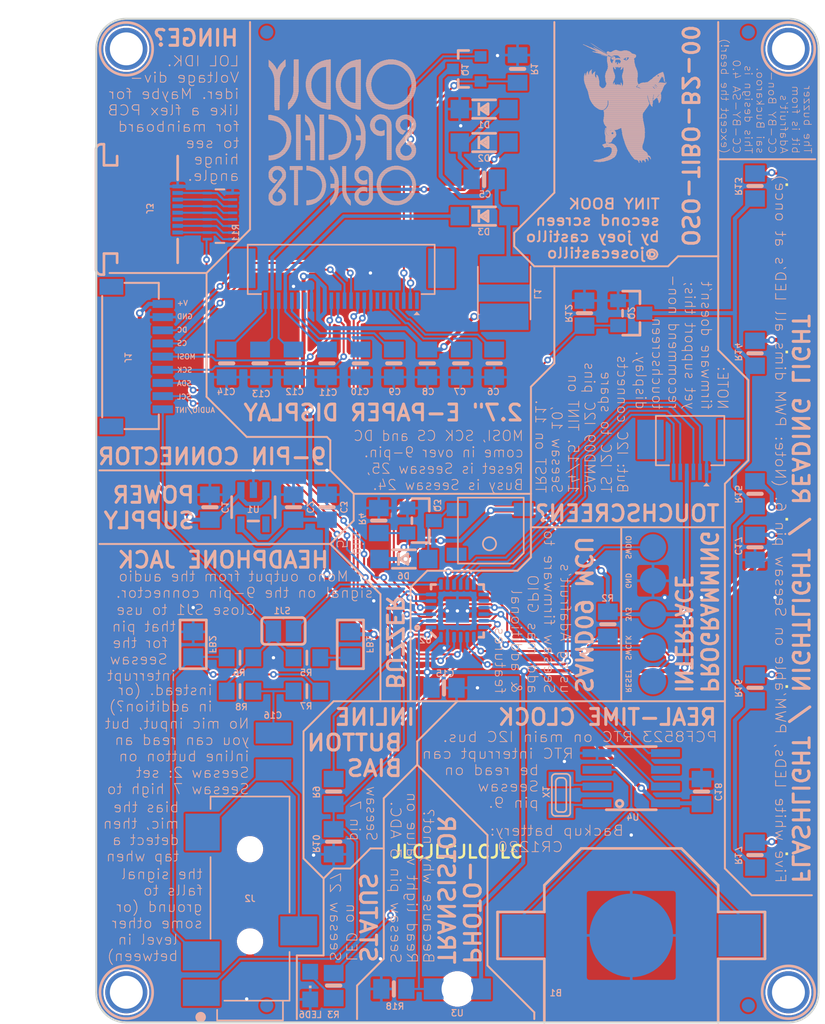
<source format=kicad_pcb>
(kicad_pcb (version 20171130) (host pcbnew 5.0.2+dfsg1-1)
  (layers (0 Top signal) (31 Bottom signal) (34 B.Paste user hide) (35 F.Paste user hide) (36 B.SilkS user) (37 F.SilkS user) (38 B.Mask user) (39 F.Mask user) (44 Edge.Cuts user))
  (net 0 "")
  (net 1 GND)
  (net 2 ECS)
  (net 3 EDC)
  (net 4 +3V3)
  (net 5 V+)
  (net 6 AVCC)
  (net 7 TRST)
  (net 8 MOSI)
  (net 9 SCK)
  (net 10 TINT)
  (net 11 AGND)
  (net 12 TSDA)
  (net 13 TSCL)
  (net 14 EBSY)
  (net 15 ERST)
  (net 16 /OSO-TIBO-B2-00_1/SWCLK)
  (net 17 /OSO-TIBO-B2-00_1/SWDIO)
  (net 18 /OSO-TIBO-B2-00_1/~RESET)
  (net 19 /OSO-TIBO-B2-00_1/PA27)
  (net 20 /OSO-TIBO-B2-00_1/SCL)
  (net 21 /OSO-TIBO-B2-00_1/SDA)
  (net 22 /OSO-TIBO-B2-00_1/RTCINT)
  (net 23 /OSO-TIBO-B2-00_1/INTERRUPT)
  (net 24 /OSO-TIBO-B2-00_1/MICBIAS)
  (net 25 /OSO-TIBO-B2-00_1/READINGLIGHT)
  (net 26 /OSO-TIBO-B2-00_1/BUZZER)
  (net 27 /OSO-TIBO-B2-00_1/HINGE)
  (net 28 /OSO-TIBO-B2-00_1/LIGHTSENSOR)
  (net 29 /OSO-TIBO-B2-00_1/MICBTN)
  (net 30 /OSO-TIBO-B2-00_1/AUDIO)
  (net 31 /OSO-TIBO-B2-00_1/AUDIO_OUT)
  (net 32 "Net-(C16-Pad1)")
  (net 33 /OSO-TIBO-B2-00_1/VBACKUP)
  (net 34 "Net-(U4-Pad1)")
  (net 35 "Net-(U4-Pad2)")
  (net 36 "Net-(J3-Pad1)")
  (net 37 "Net-(J3-Pad2)")
  (net 38 "Net-(J3-Pad3)")
  (net 39 "Net-(J3-Pad4)")
  (net 40 "Net-(J3-Pad5)")
  (net 41 "Net-(J3-Pad6)")
  (net 42 "Net-(J3-Pad7)")
  (net 43 "Net-(LED1-PadC)")
  (net 44 "Net-(Q2-Pad3)")
  (net 45 "Net-(LED2-PadC)")
  (net 46 "Net-(LED3-PadC)")
  (net 47 "Net-(LED4-PadC)")
  (net 48 "Net-(LED5-PadC)")
  (net 49 "Net-(D6-PadA)")
  (net 50 /OSO-TIBO-B2-00_2/VSL)
  (net 51 /OSO-TIBO-B2-00_2/VSH)
  (net 52 /OSO-TIBO-B2-00_2/VCOM)
  (net 53 /OSO-TIBO-B2-00_2/VDD)
  (net 54 /OSO-TIBO-B2-00_2/VGH)
  (net 55 /OSO-TIBO-B2-00_2/VGL)
  (net 56 /OSO-TIBO-B2-00_2/PREVGH)
  (net 57 /OSO-TIBO-B2-00_2/PREVGL)
  (net 58 "Net-(C5-Pad2)")
  (net 59 "Net-(C5-Pad1)")
  (net 60 /OSO-TIBO-B2-00_2/RESE)
  (net 61 /OSO-TIBO-B2-00_2/GDR)
  (net 62 "Net-(LED6-PadA)")
  (module OSO-TIBO-B2-00:MICROBUILDER_INDUCTOR_4X4MM_NR401_BIGPADS (layer Bottom) (at 152.0571 87.7316 90)
    (fp_text reference L1 (at -0.5334 2.2479 270 unlocked) (layer B.SilkS) (effects (font (size 0.4826 0.4826) (thickness 0.086868)) (justify left bottom mirror)))
    (fp_text value 10uH)
    (pad P$2 smd rect (at 1.8 0 90) (size 2 3.7) (layers Bottom B.Paste B.Mask) (net 59 "Net-(C5-Pad1)"))
    (pad P$1 smd rect (at -1.8 0 90) (size 2 3.7) (layers Bottom B.Paste B.Mask) (net 4 +3V3))
  )
  (module OSO-TIBO-B2-00:0805_10MGAP (layer Bottom) (at 136.0551 93.0656 90)
    (fp_text reference C12 (at -2.4384 0.8509 180) (layer B.SilkS) (effects (font (size 0.4826 0.4826) (thickness 0.086868)) (justify left bottom mirror)))
    (fp_text value 1uF/25V)
    (pad 2 smd rect (at 1.05 0 90) (size 1.2 1.5) (layers Bottom B.Paste B.Mask) (net 50 /OSO-TIBO-B2-00_2/VSL))
    (pad 1 smd rect (at -1.05 0 90) (size 1.2 1.5) (layers Bottom B.Paste B.Mask) (net 1 GND))
  )
  (module OSO-TIBO-B2-00:0805_10MGAP (layer Bottom) (at 141.1351 93.0656 90)
    (fp_text reference C10 (at -2.4384 0.7239 180) (layer B.SilkS) (effects (font (size 0.4826 0.4826) (thickness 0.086868)) (justify left bottom mirror)))
    (fp_text value 1uF/25V)
    (pad 2 smd rect (at 1.05 0 90) (size 1.2 1.5) (layers Bottom B.Paste B.Mask) (net 51 /OSO-TIBO-B2-00_2/VSH))
    (pad 1 smd rect (at -1.05 0 90) (size 1.2 1.5) (layers Bottom B.Paste B.Mask) (net 1 GND))
  )
  (module OSO-TIBO-B2-00:0805_10MGAP (layer Bottom) (at 130.9751 93.0656 90)
    (fp_text reference C14 (at -2.4384 0.7239 180) (layer B.SilkS) (effects (font (size 0.4826 0.4826) (thickness 0.086868)) (justify left bottom mirror)))
    (fp_text value 1uF/25V)
    (pad 2 smd rect (at 1.05 0 90) (size 1.2 1.5) (layers Bottom B.Paste B.Mask) (net 52 /OSO-TIBO-B2-00_2/VCOM))
    (pad 1 smd rect (at -1.05 0 90) (size 1.2 1.5) (layers Bottom B.Paste B.Mask) (net 1 GND))
  )
  (module OSO-TIBO-B2-00:0805_10MGAP (layer Bottom) (at 143.6751 93.0656 90)
    (fp_text reference C9 (at -2.4384 0.5969 180) (layer B.SilkS) (effects (font (size 0.4826 0.4826) (thickness 0.086868)) (justify left bottom mirror)))
    (fp_text value 1uF/25V)
    (pad 2 smd rect (at 1.05 0 90) (size 1.2 1.5) (layers Bottom B.Paste B.Mask) (net 53 /OSO-TIBO-B2-00_2/VDD))
    (pad 1 smd rect (at -1.05 0 90) (size 1.2 1.5) (layers Bottom B.Paste B.Mask) (net 1 GND))
  )
  (module OSO-TIBO-B2-00:0805_10MGAP (layer Bottom) (at 146.2151 93.0656 90)
    (fp_text reference C8 (at -2.4384 0.5969 180) (layer B.SilkS) (effects (font (size 0.4826 0.4826) (thickness 0.086868)) (justify left bottom mirror)))
    (fp_text value 1uF)
    (pad 2 smd rect (at 1.05 0 90) (size 1.2 1.5) (layers Bottom B.Paste B.Mask) (net 4 +3V3))
    (pad 1 smd rect (at -1.05 0 90) (size 1.2 1.5) (layers Bottom B.Paste B.Mask) (net 1 GND))
  )
  (module OSO-TIBO-B2-00:0805_10MGAP (layer Bottom) (at 148.7551 93.0656 90)
    (fp_text reference C7 (at -2.4384 0.4699 180) (layer B.SilkS) (effects (font (size 0.4826 0.4826) (thickness 0.086868)) (justify left bottom mirror)))
    (fp_text value 1uF)
    (pad 2 smd rect (at 1.05 0 90) (size 1.2 1.5) (layers Bottom B.Paste B.Mask) (net 54 /OSO-TIBO-B2-00_2/VGH))
    (pad 1 smd rect (at -1.05 0 90) (size 1.2 1.5) (layers Bottom B.Paste B.Mask) (net 1 GND))
  )
  (module OSO-TIBO-B2-00:0805_10MGAP (layer Bottom) (at 151.2951 93.0656 90)
    (fp_text reference C6 (at -2.4384 0.4699 180) (layer B.SilkS) (effects (font (size 0.4826 0.4826) (thickness 0.086868)) (justify left bottom mirror)))
    (fp_text value 1uF)
    (pad 2 smd rect (at 1.05 0 90) (size 1.2 1.5) (layers Bottom B.Paste B.Mask) (net 55 /OSO-TIBO-B2-00_2/VGL))
    (pad 1 smd rect (at -1.05 0 90) (size 1.2 1.5) (layers Bottom B.Paste B.Mask) (net 1 GND))
  )
  (module OSO-TIBO-B2-00:0805_10MGAP (layer Bottom) (at 138.5951 93.0656 270)
    (fp_text reference C11 (at 1.9304 0.6731 180) (layer B.SilkS) (effects (font (size 0.4826 0.4826) (thickness 0.086868)) (justify right top mirror)))
    (fp_text value 1uF/25V)
    (pad 2 smd rect (at 1.05 0 270) (size 1.2 1.5) (layers Bottom B.Paste B.Mask) (net 1 GND))
    (pad 1 smd rect (at -1.05 0 270) (size 1.2 1.5) (layers Bottom B.Paste B.Mask) (net 56 /OSO-TIBO-B2-00_2/PREVGH))
  )
  (module OSO-TIBO-B2-00:0805_10MGAP (layer Bottom) (at 133.5151 93.0656 270)
    (fp_text reference C13 (at 2.032 0.6731 180) (layer B.SilkS) (effects (font (size 0.4826 0.4826) (thickness 0.086868)) (justify right top mirror)))
    (fp_text value 1uF/25V)
    (pad 2 smd rect (at 1.05 0 270) (size 1.2 1.5) (layers Bottom B.Paste B.Mask) (net 1 GND))
    (pad 1 smd rect (at -1.05 0 270) (size 1.2 1.5) (layers Bottom B.Paste B.Mask) (net 57 /OSO-TIBO-B2-00_2/PREVGL))
  )
  (module OSO-TIBO-B2-00:SOD-123 (layer Bottom) (at 150.5331 73.7616)
    (fp_text reference D1 (at -0.5461 0.9144) (layer B.SilkS) (effects (font (size 0.4826 0.4826) (thickness 0.086868)) (justify right top mirror)))
    (fp_text value MBR0530)
    (pad A smd rect (at 1.85 0 270) (size 1.4 1.4) (layers Bottom B.Paste B.Mask) (net 58 "Net-(C5-Pad2)"))
    (pad C smd rect (at -1.85 0 270) (size 1.4 1.4) (layers Bottom B.Paste B.Mask) (net 1 GND))
  )
  (module OSO-TIBO-B2-00:SOD-123 (layer Bottom) (at 150.5331 76.3016)
    (fp_text reference D2 (at -0.5461 0.9144) (layer B.SilkS) (effects (font (size 0.4826 0.4826) (thickness 0.086868)) (justify right top mirror)))
    (fp_text value MBR0530)
    (pad A smd rect (at 1.85 0 270) (size 1.4 1.4) (layers Bottom B.Paste B.Mask) (net 57 /OSO-TIBO-B2-00_2/PREVGL))
    (pad C smd rect (at -1.85 0 270) (size 1.4 1.4) (layers Bottom B.Paste B.Mask) (net 58 "Net-(C5-Pad2)"))
  )
  (module OSO-TIBO-B2-00:0805-NO (layer Bottom) (at 150.5331 79.0956 180)
    (fp_text reference C5 (at -0.5969 -1.4224) (layer B.SilkS) (effects (font (size 0.4826 0.4826) (thickness 0.086868)) (justify left bottom mirror)))
    (fp_text value 4.7uF/25V)
    (pad 2 smd rect (at 0.95 0 180) (size 1.24 1.5) (layers Bottom B.Paste B.Mask) (net 58 "Net-(C5-Pad2)"))
    (pad 1 smd rect (at -0.95 0 180) (size 1.24 1.5) (layers Bottom B.Paste B.Mask) (net 59 "Net-(C5-Pad1)"))
  )
  (module OSO-TIBO-B2-00:SOD-123 (layer Bottom) (at 150.5331 81.8896)
    (fp_text reference D3 (at -0.5461 0.9144) (layer B.SilkS) (effects (font (size 0.4826 0.4826) (thickness 0.086868)) (justify right top mirror)))
    (fp_text value MBR0530)
    (pad A smd rect (at 1.85 0 270) (size 1.4 1.4) (layers Bottom B.Paste B.Mask) (net 59 "Net-(C5-Pad1)"))
    (pad C smd rect (at -1.85 0 270) (size 1.4 1.4) (layers Bottom B.Paste B.Mask) (net 56 /OSO-TIBO-B2-00_2/PREVGH))
  )
  (module OSO-TIBO-B2-00:0805_10MGAP (layer Bottom) (at 153.0731 70.7136 90)
    (fp_text reference R1 (at -0.5334 0.9779 270 unlocked) (layer B.SilkS) (effects (font (size 0.4826 0.4826) (thickness 0.086868)) (justify left bottom mirror)))
    (fp_text value 0.47ohm)
    (pad 2 smd rect (at 1.05 0 90) (size 1.2 1.5) (layers Bottom B.Paste B.Mask) (net 1 GND))
    (pad 1 smd rect (at -1.05 0 90) (size 1.2 1.5) (layers Bottom B.Paste B.Mask) (net 60 /OSO-TIBO-B2-00_2/RESE))
  )
  (module OSO-TIBO-B2-00:SOT23-3 (layer Bottom) (at 149.2631 70.7136 270)
    (fp_text reference Q1 (at -0.4826 -0.0889 270 unlocked) (layer B.SilkS) (effects (font (size 0.4826 0.4826) (thickness 0.086868)) (justify right top mirror)))
    (fp_text value IRLML0100)
    (pad 3 smd rect (at 0 1.1 270) (size 0.8 0.9) (layers Bottom B.Paste B.Mask) (net 59 "Net-(C5-Pad1)"))
    (pad 2 smd rect (at 0.95 -1 270) (size 0.8 0.9) (layers Bottom B.Paste B.Mask) (net 60 /OSO-TIBO-B2-00_2/RESE))
    (pad 1 smd rect (at -0.95 -1 270) (size 0.8 0.9) (layers Bottom B.Paste B.Mask) (net 61 /OSO-TIBO-B2-00_2/GDR))
  )
  (module OSO-TIBO-B2-00:MOUNTINGHOLE_2.5_PLATED (layer Bottom) (at 123.3551 69.1896 90)
    (fp_text reference U$1 hide)
    (fp_text value MOUNTINGHOLE2.5 hide)
    (pad P$1 thru_hole circle (at 0 0 90) (size 3.2 3.2) (drill 2.5) (layers *.Cu *.Mask))
  )
  (module OSO-TIBO-B2-00:MOUNTINGHOLE_2.5_PLATED (layer Bottom) (at 123.3551 140.8176 90)
    (fp_text reference U$4 hide)
    (fp_text value MOUNTINGHOLE2.5 hide)
    (pad P$1 thru_hole circle (at 0 0 90) (size 3.2 3.2) (drill 2.5) (layers *.Cu *.Mask))
  )
  (module OSO-TIBO-B2-00:FIDUCIAL_1MM (layer Bottom) (at 170.5991 141.8336 90)
    (fp_text reference FID3 hide)
    (fp_text value FIDUCIAL_1MM hide)
    (pad 1 smd roundrect (at 0 0 90) (size 1 1) (layers Bottom B.Mask) (roundrect_rratio 0.5))
  )
  (module OSO-TIBO-B2-00:FIDUCIAL_1MM (layer Bottom) (at 170.5991 67.9196 90)
    (fp_text reference FID1 hide)
    (fp_text value FIDUCIAL_1MM hide)
    (pad 1 smd roundrect (at 0 0 90) (size 1 1) (layers Bottom B.Mask) (roundrect_rratio 0.5))
  )
  (module OSO-TIBO-B2-00:FIDUCIAL_1MM (layer Bottom) (at 134.0231 141.8336 270)
    (fp_text reference FID4 hide)
    (fp_text value FIDUCIAL_1MM hide)
    (pad 1 smd roundrect (at 0 0 270) (size 1 1) (layers Bottom B.Mask) (roundrect_rratio 0.5))
  )
  (module OSO-TIBO-B2-00:MOUNTINGHOLE_2.5_PLATED (layer Bottom) (at 173.6471 69.1896 90)
    (fp_text reference U$5 hide)
    (fp_text value MOUNTINGHOLE2.5 hide)
    (pad P$1 thru_hole circle (at 0 0 90) (size 3.2 3.2) (drill 2.5) (layers *.Cu *.Mask))
  )
  (module OSO-TIBO-B2-00:MOUNTINGHOLE_2.5_PLATED (layer Bottom) (at 173.6471 140.8176 90)
    (fp_text reference U$7 hide)
    (fp_text value MOUNTINGHOLE2.5 hide)
    (pad P$1 thru_hole circle (at 0 0 90) (size 3.2 3.2) (drill 2.5) (layers *.Cu *.Mask))
  )
  (module OSO-TIBO-B2-00:TESTPOINT_ROUND_2MM_NO (layer Bottom) (at 163.3601 114.6556 270)
    (fp_text reference TP4 hide)
    (fp_text value TESTPOINTROUND2MMNO hide)
    (pad P$1 smd roundrect (at 0 0 270) (size 2 2) (layers Bottom B.Mask) (roundrect_rratio 0.5) (net 16 /OSO-TIBO-B2-00_1/SWCLK))
  )
  (module OSO-TIBO-B2-00:TESTPOINT_ROUND_2MM_NO (layer Bottom) (at 163.3601 107.0356 270)
    (fp_text reference TP1 hide)
    (fp_text value TESTPOINTROUND2MMNO hide)
    (pad P$1 smd roundrect (at 0 0 270) (size 2 2) (layers Bottom B.Mask) (roundrect_rratio 0.5) (net 17 /OSO-TIBO-B2-00_1/SWDIO))
  )
  (module OSO-TIBO-B2-00:TESTPOINT_ROUND_2MM_NO (layer Bottom) (at 163.3601 117.1956 270)
    (fp_text reference TP5 hide)
    (fp_text value TESTPOINTROUND2MMNO hide)
    (pad P$1 smd roundrect (at 0 0 270) (size 2 2) (layers Bottom B.Mask) (roundrect_rratio 0.5) (net 18 /OSO-TIBO-B2-00_1/~RESET))
  )
  (module OSO-TIBO-B2-00:0805-NO (layer Bottom) (at 129.7051 103.9876 90)
    (fp_text reference C1 (at -0.5334 0.8509 270 unlocked) (layer B.SilkS) (effects (font (size 0.4826 0.4826) (thickness 0.086868)) (justify left bottom mirror)))
    (fp_text value 10µF)
    (pad 2 smd rect (at 0.95 0 90) (size 1.24 1.5) (layers Bottom B.Paste B.Mask) (net 1 GND))
    (pad 1 smd rect (at -0.95 0 90) (size 1.24 1.5) (layers Bottom B.Paste B.Mask) (net 5 V+))
  )
  (module OSO-TIBO-B2-00:0805-NO (layer Bottom) (at 138.5951 103.9876 90)
    (fp_text reference C3 (at -0.5334 0.9779 270 unlocked) (layer B.SilkS) (effects (font (size 0.4826 0.4826) (thickness 0.086868)) (justify left bottom mirror)))
    (fp_text value 1uF)
    (pad 2 smd rect (at 0.95 0 90) (size 1.24 1.5) (layers Bottom B.Paste B.Mask) (net 1 GND))
    (pad 1 smd rect (at -0.95 0 90) (size 1.24 1.5) (layers Bottom B.Paste B.Mask) (net 4 +3V3))
  )
  (module OSO-TIBO-B2-00:0805-NO (layer Bottom) (at 136.0551 103.9876 90)
    (fp_text reference C2 (at -0.5334 0.9779 270 unlocked) (layer B.SilkS) (effects (font (size 0.4826 0.4826) (thickness 0.086868)) (justify left bottom mirror)))
    (fp_text value 10µF)
    (pad 2 smd rect (at 0.95 0 90) (size 1.24 1.5) (layers Bottom B.Paste B.Mask) (net 1 GND))
    (pad 1 smd rect (at -0.95 0 90) (size 1.24 1.5) (layers Bottom B.Paste B.Mask) (net 4 +3V3))
  )
  (module OSO-TIBO-B2-00:SOT23-5 (layer Bottom) (at 133.0071 103.9876)
    (fp_text reference U1 (at -0.5461 -0.1016) (layer B.SilkS) (effects (font (size 0.4826 0.4826) (thickness 0.086868)) (justify right top mirror)))
    (fp_text value AP2112-3.3)
    (pad 5 smd rect (at -0.95 1.3001) (size 0.55 1.2) (layers Bottom B.Paste B.Mask) (net 4 +3V3))
    (pad 4 smd rect (at 0.95 1.3001) (size 0.55 1.2) (layers Bottom B.Paste B.Mask))
    (pad 3 smd rect (at 0.95 -1.3001) (size 0.55 1.2) (layers Bottom B.Paste B.Mask) (net 5 V+))
    (pad 2 smd rect (at 0 -1.3001) (size 0.55 1.2) (layers Bottom B.Paste B.Mask) (net 1 GND))
    (pad 1 smd rect (at -0.95 -1.3001) (size 0.55 1.2) (layers Bottom B.Paste B.Mask) (net 5 V+))
  )
  (module OSO-TIBO-B2-00:0805-NO (layer Bottom) (at 139.1031 140.3096 270)
    (fp_text reference R3 (at 1.9304 0.5461 180) (layer B.SilkS) (effects (font (size 0.4826 0.4826) (thickness 0.086868)) (justify right top mirror)))
    (fp_text value "100~220 (TBD)")
    (pad 2 smd rect (at 0.95 0 270) (size 1.24 1.5) (layers Bottom B.Paste B.Mask) (net 62 "Net-(LED6-PadA)"))
    (pad 1 smd rect (at -0.95 0 270) (size 1.24 1.5) (layers Bottom B.Paste B.Mask) (net 19 /OSO-TIBO-B2-00_1/PA27))
  )
  (module OSO-TIBO-B2-00:FIDUCIAL_1MM (layer Bottom) (at 134.0231 67.9196 270)
    (fp_text reference FID2 hide)
    (fp_text value FIDUCIAL_1MM hide)
    (pad 1 smd roundrect (at 0 0 270) (size 1 1) (layers Bottom B.Mask) (roundrect_rratio 0.5))
  )
  (module OSO-TIBO-B2-00:TESTPOINT_ROUND_2MM_NO (layer Bottom) (at 163.3601 109.5756 270)
    (fp_text reference TP2 hide)
    (fp_text value TESTPOINTROUND2MMNO hide)
    (pad P$1 smd roundrect (at 0 0 270) (size 2 2) (layers Bottom B.Mask) (roundrect_rratio 0.5) (net 1 GND))
  )
  (module OSO-TIBO-B2-00:TESTPOINT_ROUND_2MM_NO (layer Bottom) (at 163.3601 112.1156 270)
    (fp_text reference TP3 hide)
    (fp_text value TESTPOINTROUND2MMNO hide)
    (pad P$1 smd roundrect (at 0 0 270) (size 2 2) (layers Bottom B.Mask) (roundrect_rratio 0.5) (net 4 +3V3))
  )
  (module OSO-TIBO-B2-00:CHIPLED_0805 (layer Bottom) (at 137.3251 140.3096)
    (fp_text reference LED6 (at -0.9271 1.9304) (layer B.SilkS) (effects (font (size 0.4826 0.4826) (thickness 0.086868)) (justify right top mirror)))
    (fp_text value BLU)
    (pad A smd rect (at 0 -1.05) (size 1.2 1.2) (layers Bottom B.Paste B.Mask) (net 62 "Net-(LED6-PadA)"))
    (pad C smd rect (at 0 1.05) (size 1.2 1.2) (layers Bottom B.Paste B.Mask) (net 1 GND))
  )
  (module OSO-TIBO-B2-00:0805 (layer Bottom) (at 140.3731 114.4016 270)
    (fp_text reference FB1 (at -0.7366 -1.7399 270 unlocked) (layer B.SilkS) (effects (font (size 0.4826 0.4826) (thickness 0.086868)) (justify right top mirror)))
    (fp_text value Ferrite)
    (pad 2 smd rect (at 0.95 0 270) (size 1.3 1.5) (layers Bottom B.Paste B.Mask) (net 6 AVCC))
    (pad 1 smd rect (at -0.95 0 270) (size 1.3 1.5) (layers Bottom B.Paste B.Mask) (net 4 +3V3))
  )
  (module OSO-TIBO-B2-00:OSO_WORDMARK_THREELINE_450MIL_1000DPI (layer Bottom) (at 139.7381 75.5396 180)
    (fp_text reference U$37 hide)
    (fp_text value "" hide)
  )
  (module OSO-TIBO-B2-00:EINK_DISPLAY_2_7_IN_TOUCH (layer Top) (at 171.1071 68.4276 270)
    (fp_text reference U$31 hide)
    (fp_text value EINK_DISPLAY_TOUCH)
    (pad SPRT4 smd rect (at 30.42 7.939 270) (size 3 2) (layers Bottom B.Paste B.Mask))
    (pad 30 smd rect (at 32.88 6.179 180) (size 0.275 1.25) (layers Bottom B.Paste B.Mask) (net 13 TSCL))
    (pad SPRT3 smd rect (at 30.42 1.829 270) (size 3 2) (layers Bottom B.Paste B.Mask))
    (pad 29 smd rect (at 32.88 5.679 180) (size 0.275 1.25) (layers Bottom B.Paste B.Mask) (net 12 TSDA))
    (pad 28 smd rect (at 32.88 5.179 180) (size 0.275 1.25) (layers Bottom B.Paste B.Mask) (net 4 +3V3))
    (pad 27 smd rect (at 32.88 4.679 180) (size 0.275 1.25) (layers Bottom B.Paste B.Mask) (net 7 TRST))
    (pad 26 smd rect (at 32.88 4.179 180) (size 0.275 1.25) (layers Bottom B.Paste B.Mask) (net 10 TINT))
    (pad 25 smd rect (at 32.88 3.679 180) (size 0.275 1.25) (layers Bottom B.Paste B.Mask) (net 1 GND))
    (pad SPRT2 smd rect (at 17.42 38.939 270) (size 3 2) (layers Bottom B.Paste B.Mask))
    (pad SPRT1 smd rect (at 17.42 23.829 270) (size 3 2) (layers Bottom B.Paste B.Mask))
    (pad 24 smd rect (at 19.88 37.179 180) (size 0.275 1.25) (layers Bottom B.Paste B.Mask) (net 52 /OSO-TIBO-B2-00_2/VCOM))
    (pad 23 smd rect (at 19.88 36.679 180) (size 0.275 1.25) (layers Bottom B.Paste B.Mask) (net 57 /OSO-TIBO-B2-00_2/PREVGL))
    (pad 22 smd rect (at 19.88 36.179 180) (size 0.275 1.25) (layers Bottom B.Paste B.Mask) (net 50 /OSO-TIBO-B2-00_2/VSL))
    (pad 21 smd rect (at 19.88 35.679 180) (size 0.275 1.25) (layers Bottom B.Paste B.Mask) (net 56 /OSO-TIBO-B2-00_2/PREVGH))
    (pad 20 smd rect (at 19.88 35.179 180) (size 0.275 1.25) (layers Bottom B.Paste B.Mask) (net 51 /OSO-TIBO-B2-00_2/VSH))
    (pad 19 smd rect (at 19.88 34.679 180) (size 0.275 1.25) (layers Bottom B.Paste B.Mask))
    (pad 18 smd rect (at 19.88 34.179 180) (size 0.275 1.25) (layers Bottom B.Paste B.Mask) (net 53 /OSO-TIBO-B2-00_2/VDD))
    (pad 17 smd rect (at 19.88 33.679 180) (size 0.275 1.25) (layers Bottom B.Paste B.Mask) (net 1 GND))
    (pad 16 smd rect (at 19.88 33.179 180) (size 0.275 1.25) (layers Bottom B.Paste B.Mask) (net 4 +3V3))
    (pad 15 smd rect (at 19.88 32.679 180) (size 0.275 1.25) (layers Bottom B.Paste B.Mask) (net 4 +3V3))
    (pad 14 smd rect (at 19.88 32.179 180) (size 0.275 1.25) (layers Bottom B.Paste B.Mask) (net 8 MOSI))
    (pad 13 smd rect (at 19.88 31.679 180) (size 0.275 1.25) (layers Bottom B.Paste B.Mask) (net 9 SCK))
    (pad 12 smd rect (at 19.88 31.179 180) (size 0.275 1.25) (layers Bottom B.Paste B.Mask) (net 2 ECS))
    (pad 11 smd rect (at 19.88 30.679 180) (size 0.275 1.25) (layers Bottom B.Paste B.Mask) (net 3 EDC))
    (pad 10 smd rect (at 19.88 30.179 180) (size 0.275 1.25) (layers Bottom B.Paste B.Mask) (net 15 ERST))
    (pad 9 smd rect (at 19.88 29.679 180) (size 0.275 1.25) (layers Bottom B.Paste B.Mask) (net 14 EBSY))
    (pad 8 smd rect (at 19.88 29.179 180) (size 0.275 1.25) (layers Bottom B.Paste B.Mask) (net 1 GND))
    (pad 7 smd rect (at 19.88 28.679 180) (size 0.275 1.25) (layers Bottom B.Paste B.Mask))
    (pad 6 smd rect (at 19.88 28.179 180) (size 0.275 1.25) (layers Bottom B.Paste B.Mask))
    (pad 5 smd rect (at 19.88 27.679 180) (size 0.275 1.25) (layers Bottom B.Paste B.Mask) (net 54 /OSO-TIBO-B2-00_2/VGH))
    (pad 4 smd rect (at 19.88 27.179 180) (size 0.275 1.25) (layers Bottom B.Paste B.Mask) (net 55 /OSO-TIBO-B2-00_2/VGL))
    (pad 3 smd rect (at 19.88 26.679 180) (size 0.275 1.25) (layers Bottom B.Paste B.Mask) (net 60 /OSO-TIBO-B2-00_2/RESE))
    (pad 2 smd rect (at 19.88 26.179 180) (size 0.275 1.25) (layers Bottom B.Paste B.Mask) (net 61 /OSO-TIBO-B2-00_2/GDR))
    (pad 1 smd rect (at 19.88 25.679 180) (size 0.275 1.25) (layers Bottom B.Paste B.Mask))
  )
  (module OSO-TIBO-B2-00:OSO_BEAR_250X360MIL_1000DPI (layer Bottom) (at 161.2011 73.2536 180)
    (fp_text reference U$44 hide)
    (fp_text value "" hide)
  )
  (module OSO-TIBO-B2-00:QFN24_4MM (layer Bottom) (at 148.5011 111.8616)
    (fp_text reference U2 (at -2.9591 1.9304) (layer B.SilkS) (effects (font (size 0.4826 0.4826) (thickness 0.086868)) (justify right top mirror)))
    (fp_text value ATSAMD09D14A-MU)
    (pad THERM smd rect (at 0 0) (size 1.778 1.778) (layers Bottom B.Mask) (net 1 GND))
    (pad 24 smd roundrect (at -1.25 2 90) (size 0.8 0.28) (layers Bottom B.Paste B.Mask) (net 4 +3V3))
    (pad 23 smd roundrect (at -0.75 2 90) (size 0.8 0.28) (layers Bottom B.Paste B.Mask) (net 1 GND))
    (pad 22 smd roundrect (at -0.25 2 90) (size 0.8 0.28) (layers Bottom B.Paste B.Mask) (net 15 ERST))
    (pad 21 smd roundrect (at 0.25 2 90) (size 0.8 0.28) (layers Bottom B.Paste B.Mask) (net 14 EBSY))
    (pad 20 smd roundrect (at 0.75 2 90) (size 0.8 0.28) (layers Bottom B.Paste B.Mask) (net 17 /OSO-TIBO-B2-00_1/SWDIO))
    (pad 19 smd roundrect (at 1.25 2 90) (size 0.8 0.28) (layers Bottom B.Paste B.Mask) (net 16 /OSO-TIBO-B2-00_1/SWCLK))
    (pad 18 smd roundrect (at 2 1.25) (size 0.8 0.28) (layers Bottom B.Paste B.Mask) (net 18 /OSO-TIBO-B2-00_1/~RESET))
    (pad 17 smd roundrect (at 2 0.75) (size 0.8 0.28) (layers Bottom B.Paste B.Mask) (net 19 /OSO-TIBO-B2-00_1/PA27))
    (pad 16 smd roundrect (at 2 0.25) (size 0.8 0.28) (layers Bottom B.Paste B.Mask) (net 20 /OSO-TIBO-B2-00_1/SCL))
    (pad 15 smd roundrect (at 2 -0.25) (size 0.8 0.28) (layers Bottom B.Paste B.Mask) (net 21 /OSO-TIBO-B2-00_1/SDA))
    (pad 14 smd roundrect (at 2 -0.75) (size 0.8 0.28) (layers Bottom B.Paste B.Mask))
    (pad 13 smd roundrect (at 2 -1.25) (size 0.8 0.28) (layers Bottom B.Paste B.Mask))
    (pad 12 smd roundrect (at 1.25 -2 270) (size 0.8 0.28) (layers Bottom B.Paste B.Mask) (net 13 TSCL))
    (pad 11 smd roundrect (at 0.75 -2 270) (size 0.8 0.28) (layers Bottom B.Paste B.Mask) (net 12 TSDA))
    (pad 10 smd roundrect (at 0.25 -2 270) (size 0.8 0.28) (layers Bottom B.Paste B.Mask) (net 7 TRST))
    (pad 9 smd roundrect (at -0.25 -2 270) (size 0.8 0.28) (layers Bottom B.Paste B.Mask) (net 10 TINT))
    (pad 8 smd roundrect (at -0.75 -2 270) (size 0.8 0.28) (layers Bottom B.Paste B.Mask) (net 22 /OSO-TIBO-B2-00_1/RTCINT))
    (pad 7 smd roundrect (at -1.25 -2 270) (size 0.8 0.28) (layers Bottom B.Paste B.Mask) (net 23 /OSO-TIBO-B2-00_1/INTERRUPT))
    (pad 6 smd roundrect (at -2 -1.25 180) (size 0.8 0.28) (layers Bottom B.Paste B.Mask) (net 24 /OSO-TIBO-B2-00_1/MICBIAS))
    (pad 5 smd roundrect (at -2 -0.75 180) (size 0.8 0.28) (layers Bottom B.Paste B.Mask) (net 25 /OSO-TIBO-B2-00_1/READINGLIGHT))
    (pad 4 smd roundrect (at -2 -0.25 180) (size 0.8 0.28) (layers Bottom B.Paste B.Mask) (net 26 /OSO-TIBO-B2-00_1/BUZZER))
    (pad 3 smd roundrect (at -2 0.25 180) (size 0.8 0.28) (layers Bottom B.Paste B.Mask) (net 27 /OSO-TIBO-B2-00_1/HINGE))
    (pad 2 smd roundrect (at -2 0.75 180) (size 0.8 0.28) (layers Bottom B.Paste B.Mask) (net 28 /OSO-TIBO-B2-00_1/LIGHTSENSOR))
    (pad 1 smd roundrect (at -2 1.25 180) (size 0.8 0.28) (layers Bottom B.Paste B.Mask) (net 29 /OSO-TIBO-B2-00_1/MICBTN))
  )
  (module OSO-TIBO-B2-00:0805 (layer Bottom) (at 128.4351 114.4016 270)
    (fp_text reference FB2 (at -0.7366 -1.7399 270 unlocked) (layer B.SilkS) (effects (font (size 0.4826 0.4826) (thickness 0.086868)) (justify right top mirror)))
    (fp_text value Ferrite)
    (pad 2 smd rect (at 0.95 0 270) (size 1.3 1.5) (layers Bottom B.Paste B.Mask) (net 11 AGND))
    (pad 1 smd rect (at -0.95 0 270) (size 1.3 1.5) (layers Bottom B.Paste B.Mask) (net 1 GND))
  )
  (module OSO-TIBO-B2-00:JST_SH9 (layer Bottom) (at 123.6091 92.5576 90)
    (fp_text reference J1 (at -0.5334 -0.4191 270 unlocked) (layer B.SilkS) (effects (font (size 0.4826 0.4826) (thickness 0.086868)) (justify left bottom mirror)))
    (fp_text value HEADER-1X9_JSTSH hide)
    (pad MT2 smd rect (at 5.3 -1.386) (size 1.8 1.2) (layers Bottom B.Paste B.Mask))
    (pad MT1 smd rect (at -5.3 -1.386) (size 1.8 1.2) (layers Bottom B.Paste B.Mask))
    (pad 9 smd rect (at 4 2.514) (size 1.55 0.6) (layers Bottom B.Paste B.Mask) (net 5 V+))
    (pad 8 smd rect (at 3 2.514) (size 1.55 0.6) (layers Bottom B.Paste B.Mask) (net 1 GND))
    (pad 7 smd rect (at 2 2.514) (size 1.55 0.6) (layers Bottom B.Paste B.Mask) (net 3 EDC))
    (pad 6 smd rect (at 1 2.514) (size 1.55 0.6) (layers Bottom B.Paste B.Mask) (net 2 ECS))
    (pad 5 smd rect (at 0 2.514) (size 1.55 0.6) (layers Bottom B.Paste B.Mask) (net 8 MOSI))
    (pad 4 smd rect (at -1 2.514) (size 1.55 0.6) (layers Bottom B.Paste B.Mask) (net 9 SCK))
    (pad 3 smd rect (at -2 2.514) (size 1.55 0.6) (layers Bottom B.Paste B.Mask) (net 21 /OSO-TIBO-B2-00_1/SDA))
    (pad 2 smd rect (at -3 2.514) (size 1.55 0.6) (layers Bottom B.Paste B.Mask) (net 20 /OSO-TIBO-B2-00_1/SCL))
    (pad 1 smd rect (at -4 2.514) (size 1.55 0.6) (layers Bottom B.Paste B.Mask) (net 30 /OSO-TIBO-B2-00_1/AUDIO))
  )
  (module OSO-TIBO-B2-00:0805-NO (layer Bottom) (at 159.9311 112.8776 270)
    (fp_text reference R2 (at -2.2606 0.5461 180) (layer B.SilkS) (effects (font (size 0.4826 0.4826) (thickness 0.086868)) (justify right top mirror)))
    (fp_text value 10K)
    (pad 2 smd rect (at 0.95 0 270) (size 1.24 1.5) (layers Bottom B.Paste B.Mask) (net 16 /OSO-TIBO-B2-00_1/SWCLK))
    (pad 1 smd rect (at -0.95 0 270) (size 1.24 1.5) (layers Bottom B.Paste B.Mask) (net 4 +3V3))
  )
  (module OSO-TIBO-B2-00:C1210 (layer Bottom) (at 134.5311 122.5296 270)
    (fp_text reference C16 (at -3.0226 0.8001 180) (layer B.SilkS) (effects (font (size 0.4826 0.4826) (thickness 0.086868)) (justify right top mirror)))
    (fp_text value 100uF)
    (pad 2 smd rect (at 1.4 0 270) (size 1.6 2.7) (layers Bottom B.Paste B.Mask) (net 31 /OSO-TIBO-B2-00_1/AUDIO_OUT))
    (pad 1 smd rect (at -1.4 0 270) (size 1.6 2.7) (layers Bottom B.Paste B.Mask) (net 32 "Net-(C16-Pad1)"))
  )
  (module OSO-TIBO-B2-00:_0805MP (layer Bottom) (at 137.0711 117.9576 180)
    (fp_text reference R7 (at -0.4699 -1.4224) (layer B.SilkS) (effects (font (size 0.4826 0.4826) (thickness 0.086868)) (justify left bottom mirror)))
    (fp_text value 100)
    (pad 2 smd rect (at 1.016 0 180) (size 1.2 1.3) (layers Bottom B.Paste B.Mask) (net 32 "Net-(C16-Pad1)"))
    (pad 1 smd rect (at -1.016 0 180) (size 1.2 1.3) (layers Bottom B.Paste B.Mask) (net 11 AGND))
  )
  (module OSO-TIBO-B2-00:_0805MP (layer Bottom) (at 131.9911 117.9576)
    (fp_text reference R8 (at -0.4191 0.9144) (layer B.SilkS) (effects (font (size 0.4826 0.4826) (thickness 0.086868)) (justify right top mirror)))
    (fp_text value 100)
    (pad 2 smd rect (at 1.016 0) (size 1.2 1.3) (layers Bottom B.Paste B.Mask) (net 32 "Net-(C16-Pad1)"))
    (pad 1 smd rect (at -1.016 0) (size 1.2 1.3) (layers Bottom B.Paste B.Mask) (net 30 /OSO-TIBO-B2-00_1/AUDIO))
  )
  (module OSO-TIBO-B2-00:_0805MP (layer Bottom) (at 137.0711 115.4176 180)
    (fp_text reference R5 (at -0.4699 -1.4224) (layer B.SilkS) (effects (font (size 0.4826 0.4826) (thickness 0.086868)) (justify left bottom mirror)))
    (fp_text value 10K)
    (pad 2 smd rect (at 1.016 0 180) (size 1.2 1.3) (layers Bottom B.Paste B.Mask) (net 30 /OSO-TIBO-B2-00_1/AUDIO))
    (pad 1 smd rect (at -1.016 0 180) (size 1.2 1.3) (layers Bottom B.Paste B.Mask) (net 6 AVCC))
  )
  (module OSO-TIBO-B2-00:_0805MP (layer Bottom) (at 131.9911 115.4176 180)
    (fp_text reference R6 (at -0.4699 -1.4224) (layer B.SilkS) (effects (font (size 0.4826 0.4826) (thickness 0.086868)) (justify left bottom mirror)))
    (fp_text value 10K)
    (pad 2 smd rect (at 1.016 0 180) (size 1.2 1.3) (layers Bottom B.Paste B.Mask) (net 11 AGND))
    (pad 1 smd rect (at -1.016 0 180) (size 1.2 1.3) (layers Bottom B.Paste B.Mask) (net 30 /OSO-TIBO-B2-00_1/AUDIO))
  )
  (module OSO-TIBO-B2-00:CUI_SJ-43514-SMT (layer Bottom) (at 132.7531 133.7056 90)
    (fp_text reference J2 (at -0.2794 0.4699 180) (layer B.SilkS) (effects (font (size 0.4826 0.4826) (thickness 0.086868)) (justify left bottom mirror)))
    (fp_text value SJ-43514-SMT)
    (pad "" np_thru_hole circle (at 3.75 0 90) (size 1.7 1.7) (drill 1.7) (layers *.Cu *.Mask))
    (pad "" np_thru_hole circle (at -3.25 0 90) (size 1.7 1.7) (drill 1.7) (layers *.Cu *.Mask))
    (pad 4 smd rect (at -4.35 -3.7 270) (size 2.2 2.8) (layers Bottom B.Paste B.Mask) (net 11 AGND))
    (pad 3 smd rect (at -2.45 3.7 270) (size 2.2 2.8) (layers Bottom B.Paste B.Mask) (net 31 /OSO-TIBO-B2-00_1/AUDIO_OUT))
    (pad 2 smd rect (at 5.05 -3.6 270) (size 2.8 2.6) (layers Bottom B.Paste B.Mask) (net 31 /OSO-TIBO-B2-00_1/AUDIO_OUT))
    (pad 1 smd rect (at -7.15 -3.7 270) (size 2 2.8) (layers Bottom B.Paste B.Mask) (net 29 /OSO-TIBO-B2-00_1/MICBTN))
  )
  (module OSO-TIBO-B2-00:SOIC8_150MIL (layer Bottom) (at 161.7091 124.5616 90)
    (fp_text reference U4 (at -2.6924 -0.4191 180) (layer B.SilkS) (effects (font (size 0.4826 0.4826) (thickness 0.086868)) (justify right top mirror)))
    (fp_text value PCF8523T)
    (pad 5 smd rect (at 1.905 2.6 90) (size 0.6 2.2) (layers Bottom B.Paste B.Mask) (net 21 /OSO-TIBO-B2-00_1/SDA))
    (pad 6 smd rect (at 0.635 2.6 90) (size 0.6 2.2) (layers Bottom B.Paste B.Mask) (net 20 /OSO-TIBO-B2-00_1/SCL))
    (pad 8 smd rect (at -1.905 2.6 90) (size 0.6 2.2) (layers Bottom B.Paste B.Mask) (net 4 +3V3))
    (pad 4 smd rect (at 1.905 -2.6 90) (size 0.6 2.2) (layers Bottom B.Paste B.Mask) (net 1 GND))
    (pad 3 smd rect (at 0.635 -2.6 90) (size 0.6 2.2) (layers Bottom B.Paste B.Mask) (net 33 /OSO-TIBO-B2-00_1/VBACKUP))
    (pad 1 smd rect (at -1.905 -2.6 90) (size 0.6 2.2) (layers Bottom B.Paste B.Mask) (net 34 "Net-(U4-Pad1)"))
    (pad 7 smd rect (at -0.635 2.6 90) (size 0.6 2.2) (layers Bottom B.Paste B.Mask) (net 22 /OSO-TIBO-B2-00_1/RTCINT))
    (pad 2 smd rect (at -0.635 -2.6 90) (size 0.6 2.2) (layers Bottom B.Paste B.Mask) (net 35 "Net-(U4-Pad2)"))
  )
  (module OSO-TIBO-B2-00:EXB2HV (layer Bottom) (at 130.4671 81.8896)
    (fp_text reference R11 (at 1.4859 0.5334 -90) (layer B.SilkS) (effects (font (size 0.4826 0.4826) (thickness 0.086868)) (justify left bottom mirror)))
    (fp_text value 10K hide)
    (pad 16 smd rect (at 0.9652 1.75 180) (size 0.6858 0.2032) (layers Bottom B.Paste B.Mask) (net 36 "Net-(J3-Pad1)"))
    (pad 15 smd rect (at 0.9652 1.25 180) (size 0.6858 0.2032) (layers Bottom B.Paste B.Mask) (net 37 "Net-(J3-Pad2)"))
    (pad 14 smd rect (at 0.9652 0.75 180) (size 0.6858 0.2032) (layers Bottom B.Paste B.Mask) (net 38 "Net-(J3-Pad3)"))
    (pad 13 smd rect (at 0.9652 0.25 180) (size 0.6858 0.2032) (layers Bottom B.Paste B.Mask) (net 39 "Net-(J3-Pad4)"))
    (pad 12 smd rect (at 0.9652 -0.25 180) (size 0.6858 0.2032) (layers Bottom B.Paste B.Mask) (net 40 "Net-(J3-Pad5)"))
    (pad 11 smd rect (at 0.9652 -0.75 180) (size 0.6858 0.2032) (layers Bottom B.Paste B.Mask) (net 41 "Net-(J3-Pad6)"))
    (pad 10 smd rect (at 0.9652 -1.25 180) (size 0.6858 0.2032) (layers Bottom B.Paste B.Mask) (net 42 "Net-(J3-Pad7)"))
    (pad 9 smd rect (at 0.9652 -1.750003 180) (size 0.6858 0.2032) (layers Bottom B.Paste B.Mask) (net 1 GND))
    (pad 8 smd rect (at -0.9652 -1.75) (size 0.6858 0.2032) (layers Bottom B.Paste B.Mask) (net 42 "Net-(J3-Pad7)"))
    (pad 7 smd rect (at -0.9652 -1.25) (size 0.6858 0.2032) (layers Bottom B.Paste B.Mask) (net 41 "Net-(J3-Pad6)"))
    (pad 6 smd rect (at -0.9652 -0.75) (size 0.6858 0.2032) (layers Bottom B.Paste B.Mask) (net 40 "Net-(J3-Pad5)"))
    (pad 5 smd rect (at -0.9652 -0.25) (size 0.6858 0.2032) (layers Bottom B.Paste B.Mask) (net 39 "Net-(J3-Pad4)"))
    (pad 4 smd rect (at -0.9652 0.25) (size 0.6858 0.2032) (layers Bottom B.Paste B.Mask) (net 38 "Net-(J3-Pad3)"))
    (pad 3 smd rect (at -0.9652 0.75) (size 0.6858 0.2032) (layers Bottom B.Paste B.Mask) (net 37 "Net-(J3-Pad2)"))
    (pad 2 smd rect (at -0.9652 1.25) (size 0.6858 0.2032) (layers Bottom B.Paste B.Mask) (net 36 "Net-(J3-Pad1)"))
    (pad 1 smd rect (at -0.9652 1.750003) (size 0.6858 0.2032) (layers Bottom B.Paste B.Mask) (net 27 /OSO-TIBO-B2-00_1/HINGE))
  )
  (module OSO-TIBO-B2-00:ALS-PT26-21C (layer Bottom) (at 148.5011 140.5636)
    (fp_text reference U3 (at -0.5461 1.5494) (layer B.SilkS) (effects (font (size 0.4826 0.4826) (thickness 0.086868)) (justify right top mirror)))
    (fp_text value ALS-PT21 hide)
    (pad "" np_thru_hole circle (at 0 0) (size 2.4 2.4) (drill 2.4) (layers *.Cu *.Mask))
    (pad 2_C smd rect (at 1.8 0) (size 1.5 1.6) (layers Bottom B.Mask) (net 4 +3V3))
    (pad 1_E smd rect (at -1.8 0) (size 1.5 1.6) (layers Bottom B.Mask) (net 28 /OSO-TIBO-B2-00_1/LIGHTSENSOR))
  )
  (module OSO-TIBO-B2-00:0805-NO (layer Bottom) (at 143.6751 140.5636)
    (fp_text reference R18 (at -0.6731 1.0414) (layer B.SilkS) (effects (font (size 0.4826 0.4826) (thickness 0.086868)) (justify right top mirror)))
    (fp_text value 10K)
    (pad 2 smd rect (at 0.95 0) (size 1.24 1.5) (layers Bottom B.Paste B.Mask) (net 28 /OSO-TIBO-B2-00_1/LIGHTSENSOR))
    (pad 1 smd rect (at -0.95 0) (size 1.24 1.5) (layers Bottom B.Paste B.Mask) (net 1 GND))
  )
  (module OSO-TIBO-B2-00:52746-8 (layer Bottom) (at 126.6571 81.3816 90)
    (fp_text reference J3 (at -0.4064 -1.8161 270 unlocked) (layer B.SilkS) (effects (font (size 0.4826 0.4826) (thickness 0.086868)) (justify left bottom mirror)))
    (fp_text value 52746-8)
    (pad 8 smd rect (at 1.75 0.6 90) (size 0.3 0.8) (layers Bottom B.Paste B.Mask) (net 1 GND))
    (pad 7 smd rect (at 1.25 0.6 90) (size 0.3 0.8) (layers Bottom B.Paste B.Mask) (net 42 "Net-(J3-Pad7)"))
    (pad 6 smd rect (at 0.75 0.6 90) (size 0.3 0.8) (layers Bottom B.Paste B.Mask) (net 41 "Net-(J3-Pad6)"))
    (pad 5 smd rect (at 0.25 0.6 90) (size 0.3 0.8) (layers Bottom B.Paste B.Mask) (net 40 "Net-(J3-Pad5)"))
    (pad 4 smd rect (at -0.25 0.6 90) (size 0.3 0.8) (layers Bottom B.Paste B.Mask) (net 39 "Net-(J3-Pad4)"))
    (pad 3 smd rect (at -0.75 0.6 90) (size 0.3 0.8) (layers Bottom B.Paste B.Mask) (net 38 "Net-(J3-Pad3)"))
    (pad 2 smd rect (at -1.25 0.6 90) (size 0.3 0.8) (layers Bottom B.Paste B.Mask) (net 37 "Net-(J3-Pad2)"))
    (pad 1 smd rect (at -1.75 0.6 90) (size 0.3 0.8) (layers Bottom B.Paste B.Mask) (net 36 "Net-(J3-Pad1)"))
  )
  (module OSO-TIBO-B2-00:CR1220 (layer Bottom) (at 161.7091 136.4996)
    (fp_text reference B1 (at -6.2611 4.0894) (layer B.SilkS) (effects (font (size 0.4826 0.4826) (thickness 0.086868)) (justify right top mirror)))
    (fp_text value CR1220)
    (pad +$2 smd rect (at 8.2254 0) (size 3.2 3.2) (layers Bottom B.Paste B.Mask) (net 33 /OSO-TIBO-B2-00_1/VBACKUP))
    (pad +$1 smd rect (at -8.2254 0) (size 3.2 3.2) (layers Bottom B.Paste B.Mask) (net 33 /OSO-TIBO-B2-00_1/VBACKUP))
    (pad - smd roundrect (at 0 0) (size 6.35 6.35) (layers Bottom B.Mask) (roundrect_rratio 0.5) (net 1 GND))
  )
  (module OSO-TIBO-B2-00:XTAL3215 (layer Bottom) (at 156.3751 125.8316 90)
    (fp_text reference X1 (at -0.2794 -1.4351 270 unlocked) (layer B.SilkS) (effects (font (size 0.4826 0.4826) (thickness 0.086868)) (justify left bottom mirror)))
    (fp_text value "32768 Hz/CL=7pF")
    (pad P$2 smd rect (at -1.2 0 270) (size 1.1 1.9) (layers Bottom B.Paste B.Mask) (net 34 "Net-(U4-Pad1)"))
    (pad P$1 smd rect (at 1.2 0 90) (size 1.1 1.9) (layers Bottom B.Paste B.Mask) (net 35 "Net-(U4-Pad2)"))
  )
  (module OSO-TIBO-B2-00:SOLDERJUMPER_REFLOW_NOPASTE (layer Bottom) (at 135.2931 113.3856 180)
    (fp_text reference SJ1 (at -0.5969 1.2446) (layer B.SilkS) (effects (font (size 0.4826 0.4826) (thickness 0.086868)) (justify left bottom mirror)))
    (fp_text value SOLDERJUMPERREFLOW_NOPASTE)
    (pad 2 smd rect (at 0.762 0 180) (size 1.1684 1.6002) (layers Bottom B.Mask) (net 30 /OSO-TIBO-B2-00_1/AUDIO))
    (pad 1 smd rect (at -0.762 0 180) (size 1.1684 1.6002) (layers Bottom B.Mask) (net 23 /OSO-TIBO-B2-00_1/INTERRUPT))
  )
  (module OSO-TIBO-B2-00:0805-NO (layer Bottom) (at 139.1031 125.5776 270)
    (fp_text reference R9 (at -0.4826 1.0541 270 unlocked) (layer B.SilkS) (effects (font (size 0.4826 0.4826) (thickness 0.086868)) (justify right top mirror)))
    (fp_text value 10K)
    (pad 2 smd rect (at 0.95 0 270) (size 1.24 1.5) (layers Bottom B.Paste B.Mask) (net 29 /OSO-TIBO-B2-00_1/MICBTN))
    (pad 1 smd rect (at -0.95 0 270) (size 1.24 1.5) (layers Bottom B.Paste B.Mask) (net 24 /OSO-TIBO-B2-00_1/MICBIAS))
  )
  (module OSO-TIBO-B2-00:0805-NO (layer Bottom) (at 139.1031 129.3876 270)
    (fp_text reference R10 (at -0.6096 1.0541 270 unlocked) (layer B.SilkS) (effects (font (size 0.4826 0.4826) (thickness 0.086868)) (justify right top mirror)))
    (fp_text value 10K)
    (pad 2 smd rect (at 0.95 0 270) (size 1.24 1.5) (layers Bottom B.Paste B.Mask) (net 1 GND))
    (pad 1 smd rect (at -0.95 0 270) (size 1.24 1.5) (layers Bottom B.Paste B.Mask) (net 29 /OSO-TIBO-B2-00_1/MICBTN))
  )
  (module OSO-TIBO-B2-00:0805-NO (layer Bottom) (at 147.4851 117.7036)
    (fp_text reference C15 (at -0.6731 -1.3716) (layer B.SilkS) (effects (font (size 0.4826 0.4826) (thickness 0.086868)) (justify right top mirror)))
    (fp_text value 1uF)
    (pad 2 smd rect (at 0.95 0) (size 1.24 1.5) (layers Bottom B.Paste B.Mask) (net 1 GND))
    (pad 1 smd rect (at -0.95 0) (size 1.24 1.5) (layers Bottom B.Paste B.Mask) (net 4 +3V3))
  )
  (module OSO-TIBO-B2-00:CHIPLED_0805 (layer Top) (at 173.5201 79.6036)
    (fp_text reference LED1 hide)
    (fp_text value WHITE)
    (pad A smd rect (at 0 1.05) (size 1.2 1.2) (layers Top F.Paste F.Mask) (net 4 +3V3))
    (pad C smd rect (at 0 -1.05) (size 1.2 1.2) (layers Top F.Paste F.Mask) (net 43 "Net-(LED1-PadC)"))
  )
  (module OSO-TIBO-B2-00:0805-NO (layer Bottom) (at 171.1071 79.6036 90)
    (fp_text reference R13 (at -0.7874 -1.5621 270 unlocked) (layer B.SilkS) (effects (font (size 0.4826 0.4826) (thickness 0.086868)) (justify left bottom mirror)))
    (fp_text value 10Ω)
    (pad 2 smd rect (at 0.95 0 90) (size 1.24 1.5) (layers Bottom B.Paste B.Mask) (net 43 "Net-(LED1-PadC)"))
    (pad 1 smd rect (at -0.95 0 90) (size 1.24 1.5) (layers Bottom B.Paste B.Mask) (net 44 "Net-(Q2-Pad3)"))
  )
  (module OSO-TIBO-B2-00:0805-NO (layer Bottom) (at 158.1531 89.2556 270)
    (fp_text reference R12 (at -0.7366 0.9271 270 unlocked) (layer B.SilkS) (effects (font (size 0.4826 0.4826) (thickness 0.086868)) (justify right top mirror)))
    (fp_text value 10K)
    (pad 2 smd rect (at 0.95 0 270) (size 1.24 1.5) (layers Bottom B.Paste B.Mask) (net 25 /OSO-TIBO-B2-00_1/READINGLIGHT))
    (pad 1 smd rect (at -0.95 0 270) (size 1.24 1.5) (layers Bottom B.Paste B.Mask) (net 1 GND))
  )
  (module OSO-TIBO-B2-00:SOT23-WIDE (layer Bottom) (at 161.7091 89.2556 90)
    (fp_text reference Q2 (at -0.5334 -0.2921 270 unlocked) (layer B.SilkS) (effects (font (size 0.4826 0.4826) (thickness 0.086868)) (justify left bottom mirror)))
    (fp_text value DMG3406)
    (pad 1 smd rect (at -0.95 -1 90) (size 1 1.2) (layers Bottom B.Paste B.Mask) (net 25 /OSO-TIBO-B2-00_1/READINGLIGHT))
    (pad 2 smd rect (at 0.95 -1 90) (size 1 1.2) (layers Bottom B.Paste B.Mask) (net 1 GND))
    (pad 3 smd rect (at 0 1 90) (size 1 1.2) (layers Bottom B.Paste B.Mask) (net 44 "Net-(Q2-Pad3)"))
  )
  (module OSO-TIBO-B2-00:CHIPLED_0805 (layer Top) (at 173.5201 92.3036)
    (fp_text reference LED2 hide)
    (fp_text value WHITE)
    (pad A smd rect (at 0 1.05) (size 1.2 1.2) (layers Top F.Paste F.Mask) (net 4 +3V3))
    (pad C smd rect (at 0 -1.05) (size 1.2 1.2) (layers Top F.Paste F.Mask) (net 45 "Net-(LED2-PadC)"))
  )
  (module OSO-TIBO-B2-00:CHIPLED_0805 (layer Top) (at 173.5201 105.0036)
    (fp_text reference LED3 hide)
    (fp_text value WHITE)
    (pad A smd rect (at 0 1.05) (size 1.2 1.2) (layers Top F.Paste F.Mask) (net 4 +3V3))
    (pad C smd rect (at 0 -1.05) (size 1.2 1.2) (layers Top F.Paste F.Mask) (net 46 "Net-(LED3-PadC)"))
  )
  (module OSO-TIBO-B2-00:CHIPLED_0805 (layer Top) (at 173.5201 117.7036)
    (fp_text reference LED4 hide)
    (fp_text value WHITE)
    (pad A smd rect (at 0 1.05) (size 1.2 1.2) (layers Top F.Paste F.Mask) (net 4 +3V3))
    (pad C smd rect (at 0 -1.05) (size 1.2 1.2) (layers Top F.Paste F.Mask) (net 47 "Net-(LED4-PadC)"))
  )
  (module OSO-TIBO-B2-00:0805-NO (layer Bottom) (at 171.1071 92.3036 90)
    (fp_text reference R14 (at -0.6604 -1.5621 270 unlocked) (layer B.SilkS) (effects (font (size 0.4826 0.4826) (thickness 0.086868)) (justify left bottom mirror)))
    (fp_text value 10Ω)
    (pad 2 smd rect (at 0.95 0 90) (size 1.24 1.5) (layers Bottom B.Paste B.Mask) (net 45 "Net-(LED2-PadC)"))
    (pad 1 smd rect (at -0.95 0 90) (size 1.24 1.5) (layers Bottom B.Paste B.Mask) (net 44 "Net-(Q2-Pad3)"))
  )
  (module OSO-TIBO-B2-00:0805-NO (layer Bottom) (at 171.1071 102.9716 90)
    (fp_text reference R15 (at -0.7874 -1.5621 270 unlocked) (layer B.SilkS) (effects (font (size 0.4826 0.4826) (thickness 0.086868)) (justify left bottom mirror)))
    (fp_text value 10Ω)
    (pad 2 smd rect (at 0.95 0 90) (size 1.24 1.5) (layers Bottom B.Paste B.Mask) (net 46 "Net-(LED3-PadC)"))
    (pad 1 smd rect (at -0.95 0 90) (size 1.24 1.5) (layers Bottom B.Paste B.Mask) (net 44 "Net-(Q2-Pad3)"))
  )
  (module OSO-TIBO-B2-00:0805-NO (layer Bottom) (at 171.1071 117.7036 90)
    (fp_text reference R16 (at -0.7874 -1.5621 270 unlocked) (layer B.SilkS) (effects (font (size 0.4826 0.4826) (thickness 0.086868)) (justify left bottom mirror)))
    (fp_text value 10Ω)
    (pad 2 smd rect (at 0.95 0 90) (size 1.24 1.5) (layers Bottom B.Paste B.Mask) (net 47 "Net-(LED4-PadC)"))
    (pad 1 smd rect (at -0.95 0 90) (size 1.24 1.5) (layers Bottom B.Paste B.Mask) (net 44 "Net-(Q2-Pad3)"))
  )
  (module OSO-TIBO-B2-00:CHIPLED_0805 (layer Top) (at 173.5201 130.4036)
    (fp_text reference LED5 hide)
    (fp_text value WHITE)
    (pad A smd rect (at 0 1.05) (size 1.2 1.2) (layers Top F.Paste F.Mask) (net 4 +3V3))
    (pad C smd rect (at 0 -1.05) (size 1.2 1.2) (layers Top F.Paste F.Mask) (net 48 "Net-(LED5-PadC)"))
  )
  (module OSO-TIBO-B2-00:0805-NO (layer Bottom) (at 171.1071 130.4036 90)
    (fp_text reference R17 (at -0.7874 -1.5621 270 unlocked) (layer B.SilkS) (effects (font (size 0.4826 0.4826) (thickness 0.086868)) (justify left bottom mirror)))
    (fp_text value 10Ω)
    (pad 2 smd rect (at 0.95 0 90) (size 1.24 1.5) (layers Bottom B.Paste B.Mask) (net 48 "Net-(LED5-PadC)"))
    (pad 1 smd rect (at -0.95 0 90) (size 1.24 1.5) (layers Bottom B.Paste B.Mask) (net 44 "Net-(Q2-Pad3)"))
  )
  (module OSO-TIBO-B2-00:0805-NO (layer Bottom) (at 167.0431 125.5776 90)
    (fp_text reference C18 (at -0.7874 0.9779 270 unlocked) (layer B.SilkS) (effects (font (size 0.4826 0.4826) (thickness 0.086868)) (justify left bottom mirror)))
    (fp_text value 1uF)
    (pad 2 smd rect (at 0.95 0 90) (size 1.24 1.5) (layers Bottom B.Paste B.Mask) (net 1 GND))
    (pad 1 smd rect (at -0.95 0 90) (size 1.24 1.5) (layers Bottom B.Paste B.Mask) (net 4 +3V3))
  )
  (module OSO-TIBO-B2-00:0805-NO (layer Bottom) (at 171.1071 107.0356 90)
    (fp_text reference C17 (at -0.6604 -1.5621 270 unlocked) (layer B.SilkS) (effects (font (size 0.4826 0.4826) (thickness 0.086868)) (justify left bottom mirror)))
    (fp_text value 10µF)
    (pad 2 smd rect (at 0.95 0 90) (size 1.24 1.5) (layers Bottom B.Paste B.Mask) (net 4 +3V3))
    (pad 1 smd rect (at -0.95 0 90) (size 1.24 1.5) (layers Bottom B.Paste B.Mask) (net 1 GND))
  )
  (module OSO-TIBO-B2-00:SOT23-WIDE (layer Bottom) (at 145.7071 105.0036 90)
    (fp_text reference Q3 (at 0.6096 0.9779 270 unlocked) (layer B.SilkS) (effects (font (size 0.4826 0.4826) (thickness 0.086868)) (justify left bottom mirror)))
    (fp_text value BSS138)
    (pad 1 smd rect (at -0.95 -1 90) (size 1 1.2) (layers Bottom B.Paste B.Mask) (net 26 /OSO-TIBO-B2-00_1/BUZZER))
    (pad 2 smd rect (at 0.95 -1 90) (size 1 1.2) (layers Bottom B.Paste B.Mask) (net 1 GND))
    (pad 3 smd rect (at 0 1 90) (size 1 1.2) (layers Bottom B.Paste B.Mask) (net 49 "Net-(D6-PadA)"))
  )
  (module OSO-TIBO-B2-00:0805-NO (layer Bottom) (at 142.5321 105.0036 90)
    (fp_text reference R4 (at -0.4064 -1.5621 270 unlocked) (layer B.SilkS) (effects (font (size 0.4826 0.4826) (thickness 0.086868)) (justify left bottom mirror)))
    (fp_text value 10K)
    (pad 2 smd rect (at 0.95 0 90) (size 1.24 1.5) (layers Bottom B.Paste B.Mask) (net 1 GND))
    (pad 1 smd rect (at -0.95 0 90) (size 1.24 1.5) (layers Bottom B.Paste B.Mask) (net 26 /OSO-TIBO-B2-00_1/BUZZER))
  )
  (module OSO-TIBO-B2-00:SOD-123 (layer Bottom) (at 144.4371 107.9246)
    (fp_text reference D6 (at -0.5461 1.016) (layer B.SilkS) (effects (font (size 0.4826 0.4826) (thickness 0.086868)) (justify right top mirror)))
    (fp_text value 1N4148)
    (pad A smd rect (at 1.85 0 270) (size 1.4 1.4) (layers Bottom B.Paste B.Mask) (net 49 "Net-(D6-PadA)"))
    (pad C smd rect (at -1.85 0 270) (size 1.4 1.4) (layers Bottom B.Paste B.Mask) (net 4 +3V3))
  )
  (module OSO-TIBO-B2-00:BUZZER_SMT_5MM (layer Bottom) (at 151.0411 105.7656)
    (fp_text reference SP2 hide)
    (fp_text value "7.5mm SPK" hide)
    (pad MT smd rect (at -2.6 1.8 270) (size 1 1.5) (layers Bottom B.Paste B.Mask))
    (pad - smd rect (at 2.5 -1.6 270) (size 1 1.5) (layers Bottom B.Paste B.Mask) (net 4 +3V3))
    (pad + smd rect (at -2.6 -1.6 270) (size 1 1.5) (layers Bottom B.Paste B.Mask) (net 49 "Net-(D6-PadA)"))
  )
  (gr_line (start 175.9331 69.1896) (end 175.9331 140.8176) (layer Edge.Cuts) (width 0.15))
  (gr_line (start 173.6471 143.1036) (end 123.3551 143.1036) (layer Edge.Cuts) (width 0.15))
  (gr_line (start 121.0691 140.8176) (end 121.0691 69.1896) (layer Edge.Cuts) (width 0.15))
  (gr_line (start 123.3551 66.9036) (end 173.6471 66.9036) (layer Edge.Cuts) (width 0.15))
  (gr_text OSO-TIBO-B2-00 (at 165.481 84.328 -90) (layer B.SilkS) (effects (font (size 1.2065 1.2065) (thickness 0.2286)) (justify left bottom mirror)))
  (gr_text "" (at 113.9571 86.2076 -90) (layer B.SilkS) (effects (font (size 0.77216 0.77216) (thickness 0.065024)) (justify left top mirror)))
  (gr_arc (start 173.6471 140.8176) (end 175.9331 140.8176) (angle 90) (layer Edge.Cuts) (width 0.15))
  (gr_arc (start 123.3551 140.8176) (end 121.0691 140.8176) (angle -90) (layer Edge.Cuts) (width 0.15))
  (gr_text RESET (at 161.7091 117.1956 -90) (layer B.SilkS) (effects (font (size 0.38608 0.38608) (thickness 0.073152)) (justify top mirror)))
  (gr_text SWCLK (at 161.7091 114.6556 -90) (layer B.SilkS) (effects (font (size 0.38608 0.38608) (thickness 0.073152)) (justify top mirror)))
  (gr_text 3V3 (at 161.7091 112.1156 -90) (layer B.SilkS) (effects (font (size 0.38608 0.38608) (thickness 0.073152)) (justify top mirror)))
  (gr_text GND (at 161.7091 109.5756 -90) (layer B.SilkS) (effects (font (size 0.38608 0.38608) (thickness 0.073152)) (justify top mirror)))
  (gr_text SWDIO (at 161.7091 107.0356 -90) (layer B.SilkS) (effects (font (size 0.38608 0.38608) (thickness 0.073152)) (justify top mirror)))
  (gr_arc (start 173.6471 69.1896) (end 175.9331 69.1896) (angle -90) (layer Edge.Cuts) (width 0.15))
  (gr_arc (start 123.3551 69.1896) (end 121.0691 69.1896) (angle 90) (layer Edge.Cuts) (width 0.15))
  (gr_text "TINY BOOK\nsecond screen\nby joey castillo\n@josecastillo" (at 163.957 80.518) (layer B.SilkS) (effects (font (size 0.77216 0.8636) (thickness 0.146304)) (justify left top mirror)))
  (gr_text "The buzzer \nbit is from \nAdafruit's\nCC-BY Bon-\nsai Buckaroo.\nThis design is \nCC-BY-SA 4.0 \n(except the bear!)" (at 175.4251 77.1906 -90) (layer B.SilkS) (effects (font (size 0.5588 0.635) (thickness 0.048768)) (justify left top mirror)))
  (gr_line (start 136.3091 142.8496) (end 136.3091 138.0236) (layer B.SilkS) (width 0.15))
  (gr_line (start 136.3091 138.0236) (end 138.3411 138.0236) (layer B.SilkS) (width 0.15))
  (gr_line (start 138.3411 138.0236) (end 138.3411 132.1816) (layer B.SilkS) (width 0.15))
  (gr_line (start 154.3431 142.8496) (end 154.3431 142.3416) (layer B.SilkS) (width 0.15))
  (gr_line (start 154.3431 142.3416) (end 150.7871 138.7856) (layer B.SilkS) (width 0.15))
  (gr_line (start 175.4251 133.4516) (end 170.8531 133.4516) (layer B.SilkS) (width 0.15))
  (gr_line (start 170.8531 133.4516) (end 168.8211 131.4196) (layer B.SilkS) (width 0.15))
  (gr_text "Five white LEDs, PWM'able on Seesaw pin 6. (Note: PWM dims all LED's at once)." (at 173.482 132.588 -90) (layer B.SilkS) (effects (font (size 0.77216 0.8636) (thickness 0.065024)) (justify left top mirror)))
  (gr_text "FLASHLIGHT / NIGHTLIGHT / READING LIGHT" (at 175.26 132.6896 -90) (layer B.SilkS) (effects (font (size 1.2065 1.2954) (thickness 0.2286)) (justify left top mirror)))
  (gr_line (start 168.8211 131.4196) (end 168.8211 118.7196) (layer B.SilkS) (width 0.15))
  (gr_line (start 168.8211 118.7196) (end 168.8211 105.5116) (layer B.SilkS) (width 0.15))
  (gr_line (start 168.8211 105.5116) (end 168.8211 102.2096) (layer B.SilkS) (width 0.15))
  (gr_line (start 155.8671 93.0656) (end 155.8671 85.6996) (layer B.SilkS) (width 0.15))
  (gr_line (start 155.8671 85.6996) (end 164.5031 85.6996) (layer B.SilkS) (width 0.15))
  (gr_text "REAL-TIME CLOCK" (at 168.3131 119.2276) (layer B.SilkS) (effects (font (size 1.2065 1.2065) (thickness 0.2286)) (justify left top mirror)))
  (gr_text "PCF8523 RTC on main I2C bus." (at 168.3131 120.9802) (layer B.SilkS) (effects (font (size 0.77216 0.8636) (thickness 0.065024)) (justify left top mirror)))
  (gr_text "RTC interrupt can\n    be read on \n    Seesaw\n    pin 9." (at 157.3911 122.2502) (layer B.SilkS) (effects (font (size 0.77216 0.8636) (thickness 0.065024)) (justify left top mirror)))
  (gr_line (start 168.3131 77.5716) (end 168.3131 67.1576) (layer B.SilkS) (width 0.15))
  (gr_line (start 150.7871 138.7856) (end 150.7871 128.8796) (layer B.SilkS) (width 0.15))
  (gr_line (start 150.7871 128.8796) (end 145.4531 123.5456) (layer B.SilkS) (width 0.15))
  (gr_line (start 145.4531 123.5456) (end 145.4531 121.7676) (layer B.SilkS) (width 0.15))
  (gr_line (start 145.4531 121.7676) (end 148.5011 118.7196) (layer B.SilkS) (width 0.15))
  (gr_line (start 148.5011 118.7196) (end 160.9471 118.7196) (layer B.SilkS) (width 0.15))
  (gr_text "PHOTO-\nTRANSISTOR" (at 150.2791 138.811 -90) (layer B.SilkS) (effects (font (size 1.2065 1.27) (thickness 0.2286)) (justify left top mirror)))
  (gr_text "Because why not?\nRead light value on \nSeesaw pin 3 ADC." (at 146.7485 138.684 -90) (layer B.SilkS) (effects (font (size 0.77216 0.8636) (thickness 0.065024)) (justify left top mirror)))
  (gr_line (start 160.9471 118.7196) (end 168.8211 118.7196) (layer B.SilkS) (width 0.15))
  (gr_line (start 145.4531 123.5456) (end 142.9131 126.0856) (layer B.SilkS) (width 0.15))
  (gr_line (start 142.9131 126.0856) (end 142.9131 129.8956) (layer B.SilkS) (width 0.15))
  (gr_line (start 142.9131 129.8956) (end 142.9131 138.2776) (layer B.SilkS) (width 0.15))
  (gr_line (start 142.9131 138.2776) (end 140.8811 140.3096) (layer B.SilkS) (width 0.15))
  (gr_line (start 140.8811 140.3096) (end 140.8811 142.8496) (layer B.SilkS) (width 0.15))
  (gr_text STATUS (at 142.4051 138.684 -90) (layer B.SilkS) (effects (font (size 1.2065 1.27) (thickness 0.2286)) (justify left top mirror)))
  (gr_text "LED on\nSeesaw 27" (at 140.9065 138.5316 -90) (layer B.SilkS) (effects (font (size 0.77216 0.8382) (thickness 0.065024)) (justify left top mirror)))
  (gr_line (start 139.1031 131.4196) (end 140.3731 131.4196) (layer B.SilkS) (width 0.15))
  (gr_line (start 140.3731 131.4196) (end 141.8971 129.8956) (layer B.SilkS) (width 0.15))
  (gr_line (start 138.3411 132.1816) (end 139.1031 131.4196) (layer B.SilkS) (width 0.15))
  (gr_text "Backup battery:\n       CR1220" (at 161.2011 128.0922) (layer B.SilkS) (effects (font (size 0.77216 0.8636) (thickness 0.065024)) (justify left top mirror)))
  (gr_line (start 141.8971 129.8956) (end 142.9131 129.8956) (layer B.SilkS) (width 0.15))
  (gr_text "INLINE\n BUTTON\n BIAS" (at 145.415 119.2276) (layer B.SilkS) (effects (font (size 1.2065 1.27) (thickness 0.2286)) (justify left top mirror)))
  (gr_line (start 148.5011 118.7196) (end 144.9451 118.7196) (layer B.SilkS) (width 0.15))
  (gr_line (start 144.9451 118.7196) (end 142.6591 118.7196) (layer B.SilkS) (width 0.15))
  (gr_line (start 142.6591 118.7196) (end 139.1031 118.7196) (layer B.SilkS) (width 0.15))
  (gr_line (start 139.1031 118.7196) (end 136.8171 121.0056) (layer B.SilkS) (width 0.15))
  (gr_line (start 136.8171 121.0056) (end 136.8171 130.6576) (layer B.SilkS) (width 0.15))
  (gr_line (start 136.8171 130.6576) (end 138.3411 132.1816) (layer B.SilkS) (width 0.15))
  (gr_text "Seesaw\npin 7" (at 142.4305 129.3876 -90) (layer B.SilkS) (effects (font (size 0.77216 0.77216) (thickness 0.065024)) (justify left top mirror)))
  (gr_text "HEADPHONE JACK" (at 138.8491 107.2896) (layer B.SilkS) (effects (font (size 1.2065 1.2065) (thickness 0.2286)) (justify left top mirror)))
  (gr_text "PROGRAMMING\nINTERFACE" (at 168.3131 118.2116 -90) (layer B.SilkS) (effects (font (size 1.2065 1.143) (thickness 0.2286)) (justify left top mirror)))
  (gr_line (start 168.8211 105.5116) (end 160.9471 105.5116) (layer B.SilkS) (width 0.15))
  (gr_line (start 160.9471 105.5116) (end 160.9471 118.7196) (layer B.SilkS) (width 0.15))
  (gr_line (start 170.5991 94.3356) (end 170.5991 100.4316) (layer B.SilkS) (width 0.15))
  (gr_line (start 170.5991 100.4316) (end 168.8211 102.2096) (layer B.SilkS) (width 0.15))
  (gr_text TOUCHSCREEN? (at 168.529 103.759) (layer B.SilkS) (effects (font (size 1.2065 1.2065) (thickness 0.2286)) (justify left top mirror)))
  (gr_line (start 154.0891 105.5116) (end 160.9471 105.5116) (layer B.SilkS) (width 0.15))
  (gr_line (start 154.0891 105.5116) (end 154.0891 102.9716) (layer B.SilkS) (width 0.15))
  (gr_text "But: I2C connects  \nTS I2C to spare\nSAMD09 I2C pins\n14/15. TINT on\nSeesaw 10, \nTRST on 11." (at 161.4805 102.9716 -90) (layer B.SilkS) (effects (font (size 0.77216 0.77216) (thickness 0.065024)) (justify left top mirror)))
  (gr_line (start 154.0891 102.9716) (end 154.0891 94.8436) (layer B.SilkS) (width 0.15))
  (gr_line (start 155.8671 93.0656) (end 154.0891 94.8436) (layer B.SilkS) (width 0.15))
  (gr_line (start 155.8671 85.6996) (end 154.3431 85.6996) (layer B.SilkS) (width 0.15))
  (gr_line (start 154.3431 85.6996) (end 152.8191 84.1756) (layer B.SilkS) (width 0.15))
  (gr_line (start 152.8191 84.1756) (end 152.8191 83.1596) (layer B.SilkS) (width 0.15))
  (gr_line (start 152.8191 83.1596) (end 155.8671 80.1116) (layer B.SilkS) (width 0.15))
  (gr_line (start 155.8671 80.1116) (end 155.8671 67.1576) (layer B.SilkS) (width 0.15))
  (gr_text "POWER\nSUPPLY" (at 128.651 102.362) (layer B.SilkS) (effects (font (size 1.2065 1.2065) (thickness 0.2286)) (justify left top mirror)))
  (gr_text "9-PIN CONNECTOR" (at 138.684 99.441) (layer B.SilkS) (effects (font (size 1.2065 1.2065) (thickness 0.2286)) (justify left top mirror)))
  (gr_text HINGE? (at 131.9911 67.6656) (layer B.SilkS) (effects (font (size 1.2065 1.2065) (thickness 0.2286)) (justify left top mirror)))
  (gr_line (start 122.0851 86.2076) (end 129.4511 86.2076) (layer B.SilkS) (width 0.15))
  (gr_line (start 129.4511 86.2076) (end 132.7531 82.9056) (layer B.SilkS) (width 0.15))
  (gr_line (start 132.7531 82.9056) (end 132.7531 67.1576) (layer B.SilkS) (width 0.15))
  (gr_text "LOL IDK.\nVoltage div-\nider. Maybe for\nlike a flex PCB\nfor mainboard\nto see \nhinge\nangle." (at 131.9911 69.6722) (layer B.SilkS) (effects (font (size 0.77216 0.8636) (thickness 0.065024)) (justify left top mirror)))
  (gr_line (start 129.4511 86.2076) (end 129.4511 95.6056) (layer B.SilkS) (width 0.15))
  (gr_line (start 129.4511 95.6056) (end 132.4991 98.6536) (layer B.SilkS) (width 0.15))
  (gr_line (start 132.4991 98.6536) (end 138.5951 98.6536) (layer B.SilkS) (width 0.15))
  (gr_line (start 138.8491 98.9076) (end 138.8491 101.1936) (layer B.SilkS) (width 0.15))
  (gr_line (start 138.8491 101.1936) (end 121.3231 101.1936) (layer B.SilkS) (width 0.15))
  (gr_line (start 138.8491 101.1936) (end 140.6271 102.9716) (layer B.SilkS) (width 0.15))
  (gr_line (start 140.6271 105.0036) (end 138.8491 106.7816) (layer B.SilkS) (width 0.15))
  (gr_line (start 138.8491 106.7816) (end 121.3231 106.7816) (layer B.SilkS) (width 0.15))
  (gr_text "2.7\" E-PAPER DISPLAY" (at 153.5811 96.1136) (layer B.SilkS) (effects (font (size 1.2065 1.2065) (thickness 0.2286)) (justify left top mirror)))
  (gr_text "MOSI, SCK CS and DC \ncome in over 9-pin.\nReset is Seesaw 25,\nBusy is Seesaw 24." (at 153.5811 98.1202) (layer B.SilkS) (effects (font (size 0.77216 0.77216) (thickness 0.065024)) (justify left top mirror)))
  (gr_text BUZZER (at 144.4371 117.9576 -90) (layer B.SilkS) (effects (font (size 1.2065 1.2065) (thickness 0.2286)) (justify left top mirror)))
  (gr_line (start 140.6271 102.9716) (end 154.0891 102.9716) (layer B.SilkS) (width 0.15))
  (gr_line (start 140.6271 102.9716) (end 140.6271 105.0036) (layer B.SilkS) (width 0.15))
  (gr_line (start 142.6591 110.5916) (end 138.8491 106.7816) (layer B.SilkS) (width 0.15))
  (gr_text "SAMD09 MCU" (at 158.7881 118.2116 -90) (layer B.SilkS) (effects (font (size 1.2065 1.2065) (thickness 0.2286)) (justify left top mirror)))
  (gr_text "using Adafruit's\nSeesaw firmware to\nadd mas GPIO \n& additional\nfeatures." (at 157.1625 118.2116 -90) (layer B.SilkS) (effects (font (size 0.77216 0.8382) (thickness 0.065024)) (justify left top mirror)))
  (gr_text "   Mono output from the audio\nsignal on the 9-pin connector." (at 142.1511 108.7882) (layer B.SilkS) (effects (font (size 0.77216 0.8128) (thickness 0.065024)) (justify left top mirror)))
  (gr_text "Close SJ1 to use" (at 133.2611 111.3282) (layer B.SilkS) (effects (font (size 0.77216 0.8128) (thickness 0.065024)) (justify left top mirror)))
  (gr_text "that pin\n for the\n Seesaw\ninterrupt" (at 127.1651 112.5982) (layer B.SilkS) (effects (font (size 0.77216 0.8128) (thickness 0.065024)) (justify left top mirror)))
  (gr_text "instead. (or\nin addition?)" (at 129.9591 117.4242) (layer B.SilkS) (effects (font (size 0.77216 0.8128) (thickness 0.065024)) (justify left top mirror)))
  (gr_text "No mic input, but \nyou can read an\ninline button on\nSeesaw 2: set\nSeesaw 7 high to\n" (at 132.7531 119.9642) (layer B.SilkS) (effects (font (size 0.77216 0.8128) (thickness 0.065024)) (justify left top mirror)))
  (gr_text "bias the \nmic, then\ndetect a\ntap when" (at 127.4191 126.3142) (layer B.SilkS) (effects (font (size 0.77216 0.8128) (thickness 0.065024)) (justify left top mirror)))
  (gr_text "the signal \nfalls to \nground (or\nsome other\n   level in\n   between)" (at 129.1971 131.3942) (layer B.SilkS) (effects (font (size 0.77216 0.8128) (thickness 0.065024)) (justify left top mirror)))
  (gr_line (start 142.6591 110.5916) (end 142.6591 118.7196) (layer B.SilkS) (width 0.15))
  (gr_line (start 154.0891 105.5116) (end 154.0891 107.7976) (layer B.SilkS) (width 0.15))
  (gr_line (start 154.0891 107.7976) (end 153.0731 108.8136) (layer B.SilkS) (width 0.15))
  (gr_line (start 153.0731 108.8136) (end 146.2151 108.8136) (layer B.SilkS) (width 0.15))
  (gr_line (start 146.2151 108.8136) (end 144.9451 110.0836) (layer B.SilkS) (width 0.15))
  (gr_line (start 144.9451 110.0836) (end 144.9451 118.7196) (layer B.SilkS) (width 0.15))
  (gr_text "pin\n5" (at 141.4145 106.7816 -90) (layer B.SilkS) (effects (font (size 0.77216 0.77216) (thickness 0.065024)) (justify top mirror)))
  (gr_line (start 168.3131 77.5716) (end 175.6791 77.5716) (layer B.SilkS) (width 0.15))
  (gr_line (start 138.5951 98.6536) (end 138.8491 98.9076) (layer B.SilkS) (width 0.15))
  (gr_text V+ (at 127.1651 88.4936) (layer B.SilkS) (effects (font (size 0.38608 0.38608) (thickness 0.073152)) (justify right mirror)))
  (gr_text GND (at 127.1651 89.5096) (layer B.SilkS) (effects (font (size 0.38608 0.38608) (thickness 0.073152)) (justify right mirror)))
  (gr_text DC (at 127.1651 90.5256) (layer B.SilkS) (effects (font (size 0.38608 0.38608) (thickness 0.073152)) (justify right mirror)))
  (gr_text CS (at 127.1651 91.5416) (layer B.SilkS) (effects (font (size 0.38608 0.38608) (thickness 0.073152)) (justify right mirror)))
  (gr_text MOSI (at 127.1651 92.5576) (layer B.SilkS) (effects (font (size 0.38608 0.38608) (thickness 0.073152)) (justify right mirror)))
  (gr_text SCK (at 127.1651 93.5736) (layer B.SilkS) (effects (font (size 0.38608 0.38608) (thickness 0.073152)) (justify right mirror)))
  (gr_text SDA (at 127.1651 94.5896) (layer B.SilkS) (effects (font (size 0.38608 0.38608) (thickness 0.073152)) (justify right mirror)))
  (gr_text SCL (at 127.1651 95.6056) (layer B.SilkS) (effects (font (size 0.38608 0.38608) (thickness 0.073152)) (justify right mirror)))
  (gr_text AUDIO/INT (at 127.0381 96.6216) (layer B.SilkS) (effects (font (size 0.38608 0.38608) (thickness 0.073152)) (justify right mirror)))
  (gr_line (start 170.5991 94.3356) (end 168.3131 92.0496) (layer B.SilkS) (width 0.15))
  (gr_line (start 168.3131 77.5716) (end 168.3131 84.9376) (layer B.SilkS) (width 0.15))
  (gr_line (start 168.3131 84.9376) (end 168.3131 92.0496) (layer B.SilkS) (width 0.15))
  (gr_text "NOTE:\nfirmware doesn't\nyet support this;\nrecommend non- \ntouchscreen \ndisplay." (at 169.1005 96.6216 -90) (layer B.SilkS) (effects (font (size 0.77216 0.77216) (thickness 0.065024)) (justify left top mirror)))
  (gr_line (start 164.5031 85.6996) (end 165.2651 84.9376) (layer B.SilkS) (width 0.15))
  (gr_line (start 165.2651 84.9376) (end 168.3131 84.9376) (layer B.SilkS) (width 0.15))
  (gr_text JLCJLCJLCJLC (at 148.5011 130.1496) (layer F.SilkS) (effects (font (size 0.9652 0.9652) (thickness 0.18288))))
  (segment (start 127.2571 79.6316) (end 130.416303 79.6316) (width 0.254) (layer Bottom) (net 1))
  (segment (start 130.9243 80.139597) (end 130.416303 79.6316) (width 0.254) (layer Bottom) (net 1))
  (segment (start 130.9243 80.139597) (end 131.4323 80.139597) (width 0.254) (layer Bottom) (net 1))
  (via (at 148.5011 111.8616) (size 0.508) (drill 0.254) (layers Top Bottom) (net 1))
  (via (at 147.7391 111.8616) (size 0.508) (drill 0.254) (layers Top Bottom) (net 1))
  (via (at 149.2631 111.8616) (size 0.508) (drill 0.254) (layers Top Bottom) (net 1))
  (via (at 142.1511 111.0996) (size 0.508) (drill 0.254) (layers Top Bottom) (net 1))
  (via (at 172.6311 110.8456) (size 0.508) (drill 0.254) (layers Top Bottom) (net 1))
  (via (at 167.0431 110.8456) (size 0.508) (drill 0.254) (layers Top Bottom) (net 1))
  (via (at 164.2491 110.8456) (size 0.508) (drill 0.254) (layers Top Bottom) (net 1))
  (via (at 142.6591 138.2776) (size 0.508) (drill 0.254) (layers Top Bottom) (net 1))
  (via (at 132.4991 141.3256) (size 0.508) (drill 0.254) (layers Top Bottom) (net 1))
  (via (at 134.5311 115.4176) (size 0.508) (drill 0.254) (layers Top Bottom) (net 1))
  (via (at 128.4351 111.6076) (size 0.508) (drill 0.254) (layers Top Bottom) (net 1))
  (via (at 137.5791 130.4036) (size 0.508) (drill 0.254) (layers Top Bottom) (net 1))
  (via (at 133.0071 101.1936) (size 0.508) (drill 0.254) (layers Top Bottom) (net 1))
  (via (at 138.5951 101.1936) (size 0.508) (drill 0.254) (layers Top Bottom) (net 1))
  (via (at 151.5491 69.6976) (size 0.508) (drill 0.254) (layers Top Bottom) (net 1))
  (via (at 148.7551 75.0316) (size 0.508) (drill 0.254) (layers Top Bottom) (net 1))
  (via (at 141.8971 86.2076) (size 0.508) (drill 0.254) (layers Top Bottom) (net 1))
  (via (at 150.0251 117.7036) (size 0.508) (drill 0.254) (layers Top Bottom) (net 1))
  (via (at 156.6291 123.2916) (size 0.508) (drill 0.254) (layers Top Bottom) (net 1))
  (via (at 161.7091 128.8796) (size 0.508) (drill 0.254) (layers Top Bottom) (net 1))
  (via (at 147.5105 114.681) (size 0.508) (drill 0.254) (layers Top Bottom) (net 1))
  (via (at 136.0551 87.2236) (size 0.508) (drill 0.254) (layers Top Bottom) (net 1))
  (segment (start 126.1231 91.5576) (end 127.4031 91.5576) (width 0.1524) (layer Bottom) (net 2))
  (segment (start 127.4031 91.5576) (end 130.4671 88.4936) (width 0.1524) (layer Bottom) (net 2))
  (via (at 130.4671 88.4936) (size 0.508) (drill 0.254) (layers Top Bottom) (net 2))
  (segment (start 130.4671 88.4936) (end 133.0071 85.9536) (width 0.1524) (layer Top) (net 2))
  (segment (start 133.0071 85.9536) (end 138.8491 85.9536) (width 0.1524) (layer Top) (net 2))
  (via (at 138.8491 85.9536) (size 0.508) (drill 0.254) (layers Top Bottom) (net 2))
  (segment (start 138.8491 85.9536) (end 139.9281 87.0326) (width 0.1524) (layer Bottom) (net 2))
  (segment (start 139.9281 87.0326) (end 139.9281 88.3076) (width 0.1524) (layer Bottom) (net 2))
  (segment (start 126.1231 90.5576) (end 127.1331 90.5576) (width 0.1524) (layer Bottom) (net 3))
  (segment (start 127.1331 90.5576) (end 130.4671 87.2236) (width 0.1524) (layer Bottom) (net 3))
  (via (at 130.4671 87.2236) (size 0.508) (drill 0.254) (layers Top Bottom) (net 3))
  (segment (start 130.4671 87.2236) (end 132.2451 85.4456) (width 0.1524) (layer Top) (net 3))
  (segment (start 139.6111 85.4456) (end 140.3731 86.2076) (width 0.1524) (layer Top) (net 3))
  (via (at 140.3731 86.2076) (size 0.508) (drill 0.254) (layers Top Bottom) (net 3))
  (segment (start 140.3731 86.2076) (end 140.4281 86.2626) (width 0.1524) (layer Bottom) (net 3))
  (segment (start 140.4281 86.2626) (end 140.4281 88.3076) (width 0.1524) (layer Bottom) (net 3))
  (segment (start 132.2451 85.4456) (end 139.6111 85.4456) (width 0.1524) (layer Top) (net 3))
  (segment (start 146.2151 92.0156) (end 146.2151 92.01255) (width 0.3048) (layer Bottom) (net 4))
  (segment (start 146.2151 92.01255) (end 144.60115 90.3986) (width 0.3048) (layer Bottom) (net 4))
  (segment (start 138.614331 90.3986) (end 137.9281 89.712369) (width 0.3048) (layer Bottom) (net 4))
  (segment (start 137.9281 89.712369) (end 137.9281 88.3076) (width 0.3048) (layer Bottom) (net 4))
  (segment (start 144.60115 90.3986) (end 138.614331 90.3986) (width 0.3048) (layer Bottom) (net 4))
  (segment (start 138.4281 88.3076) (end 138.4281 89.212369) (width 0.3048) (layer Bottom) (net 4))
  (segment (start 138.4281 89.212369) (end 137.9281 89.712369) (width 0.3048) (layer Bottom) (net 4))
  (segment (start 132.0571 105.2877) (end 132.0571 105.5776) (width 0.3048) (layer Bottom) (net 4))
  (segment (start 132.0571 105.5776) (end 133.2611 106.7816) (width 0.3048) (layer Bottom) (net 4))
  (segment (start 133.2611 106.7816) (end 134.2111 106.7816) (width 0.3048) (layer Bottom) (net 4))
  (segment (start 134.2111 106.7816) (end 136.0551 104.9376) (width 0.3048) (layer Bottom) (net 4))
  (segment (start 136.0551 104.9376) (end 138.5951 104.9376) (width 0.3048) (layer Bottom) (net 4))
  (segment (start 138.5951 109.0676) (end 138.5951 104.9376) (width 0.3048) (layer Bottom) (net 4))
  (via (at 138.5951 109.0676) (size 0.5588) (drill 0.3048) (layers Top Bottom) (net 4))
  (segment (start 138.5951 109.0676) (end 138.5951 110.0836) (width 0.3048) (layer Top) (net 4))
  (segment (start 138.5951 110.0836) (end 142.1511 113.6396) (width 0.3048) (layer Top) (net 4))
  (via (at 142.1511 113.6396) (size 0.5588) (drill 0.3048) (layers Top Bottom) (net 4))
  (segment (start 142.1511 113.6396) (end 140.5611 113.6396) (width 0.3048) (layer Bottom) (net 4))
  (segment (start 140.5611 113.6396) (end 140.3731 113.4516) (width 0.3048) (layer Bottom) (net 4))
  (segment (start 142.1511 113.6396) (end 145.0213 116.5098) (width 0.3048) (layer Top) (net 4))
  (segment (start 145.0213 116.5098) (end 146.2151 116.5098) (width 0.3048) (layer Top) (net 4))
  (via (at 146.2151 116.5098) (size 0.5588) (drill 0.3048) (layers Top Bottom) (net 4))
  (segment (start 146.2151 116.5098) (end 146.2151 114.8976) (width 0.3048) (layer Bottom) (net 4))
  (segment (start 146.2151 114.8976) (end 147.2511 113.8616) (width 0.3048) (layer Bottom) (net 4))
  (segment (start 138.5951 104.9376) (end 137.3251 103.6676) (width 0.3048) (layer Bottom) (net 4))
  (segment (start 137.3251 103.6676) (end 137.3251 96.6216) (width 0.3048) (layer Bottom) (net 4))
  (via (at 137.3251 96.6216) (size 0.5588) (drill 0.3048) (layers Top Bottom) (net 4))
  (via (at 136.8171 86.4616) (size 0.5588) (drill 0.3048) (layers Top Bottom) (net 4))
  (segment (start 136.7663 92.326132) (end 136.8171 92.275332) (width 0.3048) (layer Top) (net 4))
  (segment (start 136.8171 92.275332) (end 136.8171 86.4616) (width 0.3048) (layer Top) (net 4))
  (segment (start 137.3251 96.6216) (end 136.7663 96.0628) (width 0.3048) (layer Top) (net 4))
  (segment (start 136.7663 96.0628) (end 136.7663 92.326132) (width 0.3048) (layer Top) (net 4))
  (segment (start 136.8171 86.4616) (end 137.5791 86.4616) (width 0.3048) (layer Bottom) (net 4))
  (segment (start 137.9281 86.8106) (end 137.9281 88.3076) (width 0.3048) (layer Bottom) (net 4))
  (segment (start 137.5791 86.4616) (end 137.9281 86.8106) (width 0.3048) (layer Bottom) (net 4))
  (segment (start 138.4281 88.3076) (end 138.4281 87.3106) (width 0.3048) (layer Bottom) (net 4))
  (segment (start 138.4281 87.3106) (end 137.9281 86.8106) (width 0.3048) (layer Bottom) (net 4))
  (segment (start 146.5351 117.7036) (end 146.2151 117.3836) (width 0.3048) (layer Bottom) (net 4))
  (segment (start 146.2151 117.3836) (end 146.2151 116.5098) (width 0.3048) (layer Bottom) (net 4))
  (segment (start 146.2151 116.5098) (end 153.5049 116.5098) (width 0.3048) (layer Bottom) (net 4))
  (segment (start 153.5049 116.5098) (end 153.5811 116.4336) (width 0.3048) (layer Bottom) (net 4))
  (via (at 153.5811 116.4336) (size 0.5588) (drill 0.3048) (layers Top Bottom) (net 4))
  (segment (start 153.5811 116.4336) (end 165.5191 116.4336) (width 0.3048) (layer Top) (net 4))
  (segment (start 165.5191 116.4336) (end 165.7731 116.1796) (width 0.3048) (layer Top) (net 4))
  (segment (start 165.9281 101.3076) (end 165.9281 112.1156) (width 0.3048) (layer Bottom) (net 4))
  (segment (start 165.9281 112.1156) (end 165.9281 116.0246) (width 0.3048) (layer Bottom) (net 4))
  (segment (start 165.9281 116.0246) (end 165.7731 116.1796) (width 0.3048) (layer Bottom) (net 4))
  (via (at 165.7731 116.1796) (size 0.5588) (drill 0.3048) (layers Top Bottom) (net 4))
  (segment (start 146.2151 92.0156) (end 147.2651 92.0156) (width 0.3048) (layer Bottom) (net 4))
  (segment (start 147.2651 92.0156) (end 147.4851 91.7956) (width 0.3048) (layer Bottom) (net 4))
  (via (at 147.4851 91.7956) (size 0.5588) (drill 0.3048) (layers Top Bottom) (net 4))
  (segment (start 147.4851 91.7956) (end 149.7711 89.5096) (width 0.3048) (layer Top) (net 4))
  (via (at 149.7711 89.5096) (size 0.5588) (drill 0.3048) (layers Top Bottom) (net 4))
  (segment (start 149.7711 89.5096) (end 149.7931 89.5316) (width 0.3048) (layer Bottom) (net 4))
  (segment (start 149.7931 89.5316) (end 152.0571 89.5316) (width 0.3048) (layer Bottom) (net 4))
  (segment (start 173.5201 93.3536) (end 174.6631 92.2106) (width 0.3048) (layer Top) (net 4))
  (segment (start 174.6631 81.7966) (end 173.5201 80.6536) (width 0.3048) (layer Top) (net 4))
  (segment (start 174.6631 92.2106) (end 174.6631 81.7966) (width 0.3048) (layer Top) (net 4))
  (segment (start 173.5201 93.3536) (end 174.6631 94.4966) (width 0.3048) (layer Top) (net 4))
  (segment (start 174.6631 104.9106) (end 173.5201 106.0536) (width 0.3048) (layer Top) (net 4))
  (segment (start 174.6631 94.4966) (end 174.6631 104.9106) (width 0.3048) (layer Top) (net 4))
  (segment (start 173.5201 106.0536) (end 174.6631 107.1966) (width 0.3048) (layer Top) (net 4))
  (segment (start 174.6631 117.6106) (end 173.5201 118.7536) (width 0.3048) (layer Top) (net 4))
  (segment (start 174.6631 107.1966) (end 174.6631 117.6106) (width 0.3048) (layer Top) (net 4))
  (segment (start 173.5201 118.7536) (end 174.6631 119.8966) (width 0.3048) (layer Top) (net 4))
  (segment (start 174.6631 130.3106) (end 173.5201 131.4536) (width 0.3048) (layer Top) (net 4))
  (segment (start 174.6631 119.8966) (end 174.6631 130.3106) (width 0.3048) (layer Top) (net 4))
  (segment (start 162.4711 125.3236) (end 153.5811 116.4336) (width 0.3048) (layer Top) (net 4))
  (via (at 162.4711 125.3236) (size 0.5588) (drill 0.3048) (layers Top Bottom) (net 4))
  (segment (start 162.4711 125.3236) (end 162.47805 125.3236) (width 0.3048) (layer Bottom) (net 4))
  (segment (start 163.62105 126.4666) (end 162.47805 125.3236) (width 0.3048) (layer Bottom) (net 4))
  (segment (start 163.62105 126.4666) (end 164.3091 126.4666) (width 0.3048) (layer Bottom) (net 4))
  (segment (start 166.7891 126.4666) (end 164.3091 126.4666) (width 0.3048) (layer Bottom) (net 4))
  (segment (start 159.9311 111.9276) (end 160.1191 112.1156) (width 0.3048) (layer Bottom) (net 4))
  (segment (start 163.3601 112.1156) (end 160.1191 112.1156) (width 0.3048) (layer Bottom) (net 4))
  (via (at 165.9281 112.1156) (size 0.5588) (drill 0.3048) (layers Top Bottom) (net 4))
  (segment (start 165.9281 112.1156) (end 163.3601 112.1156) (width 0.3048) (layer Bottom) (net 4))
  (segment (start 165.9281 112.1156) (end 167.4581 112.1156) (width 0.3048) (layer Top) (net 4))
  (segment (start 167.4581 112.1156) (end 173.4736 106.1001) (width 0.3048) (layer Top) (net 4))
  (segment (start 173.4736 106.1001) (end 173.5201 106.0536) (width 0.3048) (layer Top) (net 4))
  (segment (start 171.1071 106.0856) (end 172.3669 106.0856) (width 0.3048) (layer Bottom) (net 4))
  (segment (start 172.3669 106.0856) (end 172.3771 106.0958) (width 0.3048) (layer Bottom) (net 4))
  (via (at 172.3771 106.0958) (size 0.5588) (drill 0.3048) (layers Top Bottom) (net 4))
  (segment (start 172.3771 106.0958) (end 172.3814 106.1001) (width 0.3048) (layer Top) (net 4))
  (segment (start 172.3814 106.1001) (end 173.4736 106.1001) (width 0.3048) (layer Top) (net 4))
  (segment (start 150.3011 140.5636) (end 150.3011 134.1916) (width 0.3048) (layer Bottom) (net 4))
  (segment (start 153.5049 130.9878) (end 153.5049 116.5098) (width 0.3048) (layer Bottom) (net 4))
  (segment (start 150.3011 134.1916) (end 153.5049 130.9878) (width 0.3048) (layer Bottom) (net 4))
  (segment (start 159.9311 111.9276) (end 159.9311 109.3216) (width 0.3048) (layer Bottom) (net 4))
  (segment (start 159.9311 109.3216) (end 159.4231 108.8136) (width 0.3048) (layer Bottom) (net 4))
  (via (at 159.4231 108.8136) (size 0.5588) (drill 0.3048) (layers Top Bottom) (net 4))
  (segment (start 159.4231 108.8136) (end 154.8511 104.2416) (width 0.3048) (layer Top) (net 4))
  (segment (start 154.8511 104.2416) (end 151.0411 104.2416) (width 0.3048) (layer Top) (net 4))
  (via (at 151.0411 104.2416) (size 0.5588) (drill 0.3048) (layers Top Bottom) (net 4))
  (segment (start 151.0411 104.2416) (end 151.1171 104.1656) (width 0.3048) (layer Bottom) (net 4))
  (segment (start 151.1171 104.1656) (end 153.5411 104.1656) (width 0.3048) (layer Bottom) (net 4))
  (segment (start 151.0411 104.2416) (end 148.7551 106.5276) (width 0.3048) (layer Bottom) (net 4))
  (segment (start 148.7551 106.5276) (end 147.2311 106.5276) (width 0.3048) (layer Bottom) (net 4))
  (via (at 147.2311 106.5276) (size 0.5588) (drill 0.3048) (layers Top Bottom) (net 4))
  (segment (start 147.2311 106.5276) (end 145.9611 106.5276) (width 0.3048) (layer Top) (net 4))
  (segment (start 145.9611 106.5276) (end 144.5641 107.9246) (width 0.3048) (layer Top) (net 4))
  (via (at 144.5641 107.9246) (size 0.5588) (drill 0.3048) (layers Top Bottom) (net 4))
  (segment (start 144.5641 107.9246) (end 142.5871 107.9246) (width 0.3048) (layer Bottom) (net 4))
  (segment (start 167.0431 126.5276) (end 166.8501 126.5276) (width 0.3048) (layer Bottom) (net 4))
  (segment (start 166.8501 126.5276) (end 166.7891 126.4666) (width 0.3048) (layer Bottom) (net 4))
  (segment (start 126.1231 88.5576) (end 125.0691 88.5576) (width 0.3048) (layer Bottom) (net 5))
  (segment (start 125.0691 88.5576) (end 124.3711 89.2556) (width 0.3048) (layer Bottom) (net 5))
  (via (at 124.3711 89.2556) (size 0.5588) (drill 0.3048) (layers Top Bottom) (net 5))
  (segment (start 124.3711 89.2556) (end 124.3711 100.9396) (width 0.3048) (layer Top) (net 5))
  (segment (start 124.3711 100.9396) (end 128.1811 104.7496) (width 0.3048) (layer Top) (net 5))
  (via (at 128.1811 104.7496) (size 0.5588) (drill 0.3048) (layers Top Bottom) (net 5))
  (segment (start 128.1811 104.7496) (end 128.3691 104.9376) (width 0.3048) (layer Bottom) (net 5))
  (segment (start 128.3691 104.9376) (end 129.7051 104.9376) (width 0.3048) (layer Bottom) (net 5))
  (segment (start 132.0571 102.6875) (end 132.0571 102.9056) (width 0.3048) (layer Bottom) (net 5))
  (segment (start 130.0251 104.9376) (end 129.7051 104.9376) (width 0.3048) (layer Bottom) (net 5))
  (segment (start 132.0571 102.9056) (end 130.0251 104.9376) (width 0.3048) (layer Bottom) (net 5))
  (segment (start 132.0571 102.6875) (end 132.0571 103.2916) (width 0.3048) (layer Bottom) (net 5))
  (segment (start 132.0571 103.2916) (end 132.4991 103.7336) (width 0.3048) (layer Bottom) (net 5))
  (segment (start 132.4991 103.7336) (end 133.5151 103.7336) (width 0.3048) (layer Bottom) (net 5))
  (segment (start 133.9571 103.2916) (end 133.9571 102.6875) (width 0.3048) (layer Bottom) (net 5))
  (segment (start 133.5151 103.7336) (end 133.9571 103.2916) (width 0.3048) (layer Bottom) (net 5))
  (segment (start 140.3731 115.3516) (end 140.3071 115.4176) (width 0.1524) (layer Bottom) (net 6))
  (segment (start 140.3071 115.4176) (end 138.0871 115.4176) (width 0.1524) (layer Bottom) (net 6))
  (segment (start 166.4281 101.3076) (end 166.4281 98.0386) (width 0.1524) (layer Bottom) (net 7))
  (segment (start 166.4281 98.0386) (end 164.7571 96.3676) (width 0.1524) (layer Bottom) (net 7))
  (segment (start 164.7571 96.3676) (end 161.456587 96.3676) (width 0.1524) (layer Bottom) (net 7))
  (segment (start 148.7511 109.454088) (end 148.7511 109.8616) (width 0.1524) (layer Bottom) (net 7))
  (segment (start 157.5943 100.229888) (end 157.5943 102.845344) (width 0.1524) (layer Bottom) (net 7))
  (segment (start 157.5943 102.845344) (end 152.311843 108.1278) (width 0.1524) (layer Bottom) (net 7))
  (segment (start 152.311843 108.1278) (end 150.077387 108.1278) (width 0.1524) (layer Bottom) (net 7))
  (segment (start 161.456587 96.3676) (end 157.5943 100.229888) (width 0.1524) (layer Bottom) (net 7))
  (segment (start 150.077387 108.1278) (end 148.7511 109.454088) (width 0.1524) (layer Bottom) (net 7))
  (segment (start 138.9281 88.3076) (end 138.9281 89.6846) (width 0.1524) (layer Bottom) (net 8))
  (segment (start 138.9281 89.6846) (end 138.80935 89.80335) (width 0.1524) (layer Bottom) (net 8))
  (via (at 138.80935 89.80335) (size 0.508) (drill 0.254) (layers Top Bottom) (net 8))
  (segment (start 126.1231 92.5576) (end 129.843812 92.5576) (width 0.1524) (layer Bottom) (net 8))
  (segment (start 129.843812 92.5576) (end 130.130412 92.8442) (width 0.1524) (layer Bottom) (net 8))
  (segment (start 137.0385 92.8442) (end 137.3251 92.5576) (width 0.1524) (layer Bottom) (net 8))
  (via (at 137.3251 92.5576) (size 0.508) (drill 0.254) (layers Top Bottom) (net 8))
  (segment (start 137.3251 92.5576) (end 138.80935 91.07335) (width 0.1524) (layer Top) (net 8))
  (segment (start 138.80935 91.07335) (end 138.80935 89.80335) (width 0.1524) (layer Top) (net 8))
  (segment (start 130.130412 92.8442) (end 137.0385 92.8442) (width 0.1524) (layer Bottom) (net 8))
  (via (at 139.8651 92.5576) (size 0.508) (drill 0.254) (layers Top Bottom) (net 9))
  (segment (start 139.1357 93.287) (end 139.8651 92.5576) (width 0.1524) (layer Bottom) (net 9))
  (segment (start 126.1231 93.5576) (end 129.859812 93.5576) (width 0.1524) (layer Bottom) (net 9))
  (segment (start 129.859812 93.5576) (end 130.130412 93.287) (width 0.1524) (layer Bottom) (net 9))
  (segment (start 130.130412 93.287) (end 139.1357 93.287) (width 0.1524) (layer Bottom) (net 9))
  (segment (start 139.8651 92.5576) (end 139.8651 90.1446) (width 0.1524) (layer Top) (net 9))
  (segment (start 139.8651 90.1446) (end 139.4841 89.7636) (width 0.1524) (layer Top) (net 9))
  (via (at 139.4841 89.7636) (size 0.508) (drill 0.254) (layers Top Bottom) (net 9))
  (segment (start 139.4841 89.7636) (end 139.4281 89.7076) (width 0.1524) (layer Bottom) (net 9))
  (segment (start 139.4281 89.7076) (end 139.4281 88.3076) (width 0.1524) (layer Bottom) (net 9))
  (segment (start 166.9281 97.853544) (end 166.9281 101.3076) (width 0.1524) (layer Bottom) (net 10))
  (segment (start 165.137356 96.0628) (end 166.9281 97.853544) (width 0.1524) (layer Bottom) (net 10))
  (segment (start 148.2511 109.523032) (end 148.2511 109.8616) (width 0.1524) (layer Bottom) (net 10))
  (segment (start 165.137356 96.0628) (end 161.330331 96.0628) (width 0.1524) (layer Bottom) (net 10))
  (segment (start 157.2895 102.719088) (end 152.185587 107.823) (width 0.1524) (layer Bottom) (net 10))
  (segment (start 152.185587 107.823) (end 149.951131 107.823) (width 0.1524) (layer Bottom) (net 10))
  (segment (start 161.330331 96.0628) (end 157.2895 100.103632) (width 0.1524) (layer Bottom) (net 10))
  (segment (start 157.2895 100.103632) (end 157.2895 102.719088) (width 0.1524) (layer Bottom) (net 10))
  (segment (start 149.951131 107.823) (end 148.2511 109.523032) (width 0.1524) (layer Bottom) (net 10))
  (segment (start 128.4351 115.3516) (end 130.9091 115.3516) (width 0.1524) (layer Bottom) (net 11))
  (segment (start 130.9091 115.3516) (end 130.9751 115.4176) (width 0.1524) (layer Bottom) (net 11))
  (segment (start 128.4351 115.3516) (end 126.9111 116.8756) (width 0.1524) (layer Bottom) (net 11))
  (segment (start 128.7991 138.0556) (end 126.9111 136.1676) (width 0.1524) (layer Bottom) (net 11))
  (segment (start 128.7991 138.0556) (end 129.0531 138.0556) (width 0.1524) (layer Bottom) (net 11))
  (segment (start 126.9111 116.8756) (end 126.9111 136.1676) (width 0.1524) (layer Bottom) (net 11))
  (segment (start 138.0871 117.9576) (end 136.8171 116.6876) (width 0.1524) (layer Bottom) (net 11))
  (segment (start 136.8171 116.6876) (end 134.5311 116.6876) (width 0.1524) (layer Bottom) (net 11))
  (via (at 134.5311 116.6876) (size 0.508) (drill 0.254) (layers Top Bottom) (net 11))
  (segment (start 134.5311 116.6876) (end 129.9591 116.6876) (width 0.1524) (layer Top) (net 11))
  (via (at 129.9591 116.6876) (size 0.508) (drill 0.254) (layers Top Bottom) (net 11))
  (segment (start 129.7711 116.6876) (end 128.4351 115.3516) (width 0.1524) (layer Bottom) (net 11))
  (segment (start 129.7711 116.6876) (end 129.9591 116.6876) (width 0.1524) (layer Bottom) (net 11))
  (segment (start 164.451187 96.6724) (end 165.4281 97.649313) (width 0.1524) (layer Bottom) (net 12))
  (segment (start 165.4281 97.649313) (end 165.4281 101.3076) (width 0.1524) (layer Bottom) (net 12))
  (segment (start 149.2511 109.385144) (end 149.2511 109.8616) (width 0.1524) (layer Bottom) (net 12))
  (segment (start 164.451187 96.6724) (end 161.582843 96.6724) (width 0.1524) (layer Bottom) (net 12))
  (segment (start 157.8991 100.356144) (end 157.8991 102.9716) (width 0.1524) (layer Bottom) (net 12))
  (segment (start 152.4381 108.4326) (end 150.203643 108.4326) (width 0.1524) (layer Bottom) (net 12))
  (segment (start 161.582843 96.6724) (end 157.8991 100.356144) (width 0.1524) (layer Bottom) (net 12))
  (segment (start 157.8991 102.9716) (end 152.4381 108.4326) (width 0.1524) (layer Bottom) (net 12))
  (segment (start 150.203643 108.4326) (end 149.2511 109.385144) (width 0.1524) (layer Bottom) (net 12))
  (segment (start 164.2491 96.9772) (end 164.9281 97.6562) (width 0.1524) (layer Bottom) (net 13))
  (segment (start 164.9281 97.6562) (end 164.9281 101.3076) (width 0.1524) (layer Bottom) (net 13))
  (segment (start 161.7091 96.9772) (end 164.2491 96.9772) (width 0.1524) (layer Bottom) (net 13))
  (segment (start 149.7511 109.8616) (end 149.7511 109.3162) (width 0.1524) (layer Bottom) (net 13))
  (segment (start 150.3299 108.7374) (end 149.7511 109.3162) (width 0.1524) (layer Bottom) (net 13))
  (segment (start 161.7091 96.9772) (end 158.2039 100.4824) (width 0.1524) (layer Bottom) (net 13))
  (segment (start 158.2039 100.4824) (end 158.2039 103.1748) (width 0.1524) (layer Bottom) (net 13))
  (segment (start 152.6413 108.7374) (end 150.3299 108.7374) (width 0.1524) (layer Bottom) (net 13))
  (segment (start 158.2039 103.1748) (end 152.6413 108.7374) (width 0.1524) (layer Bottom) (net 13))
  (segment (start 141.4281 88.3076) (end 141.4281 89.496) (width 0.1524) (layer Bottom) (net 14))
  (segment (start 141.4281 89.496) (end 141.2875 89.6366) (width 0.1524) (layer Bottom) (net 14))
  (via (at 141.2875 89.6366) (size 0.508) (drill 0.254) (layers Top Bottom) (net 14))
  (segment (start 141.2875 89.6366) (end 141.2875 89.6587) (width 0.1524) (layer Top) (net 14))
  (segment (start 141.2875 89.6587) (end 140.9319 90.0143) (width 0.1524) (layer Top) (net 14))
  (segment (start 145.477756 115.1636) (end 148.5011 115.1636) (width 0.1524) (layer Top) (net 14))
  (via (at 148.5011 115.1636) (size 0.508) (drill 0.254) (layers Top Bottom) (net 14))
  (segment (start 148.5011 115.1636) (end 148.7511 114.9136) (width 0.1524) (layer Bottom) (net 14))
  (segment (start 148.7511 114.9136) (end 148.7511 113.8616) (width 0.1524) (layer Bottom) (net 14))
  (segment (start 140.9319 90.0143) (end 140.9319 110.617744) (width 0.1524) (layer Top) (net 14))
  (segment (start 140.9319 110.617744) (end 145.477756 115.1636) (width 0.1524) (layer Top) (net 14))
  (segment (start 140.9281 88.3076) (end 140.9281 89.2086) (width 0.1524) (layer Bottom) (net 15))
  (segment (start 140.9281 89.2086) (end 140.6271 89.5096) (width 0.1524) (layer Bottom) (net 15))
  (via (at 140.6271 89.5096) (size 0.508) (drill 0.254) (layers Top Bottom) (net 15))
  (segment (start 140.6271 89.5096) (end 140.6271 110.744) (width 0.1524) (layer Top) (net 15))
  (segment (start 140.6271 110.744) (end 145.3769 115.4938) (width 0.1524) (layer Top) (net 15))
  (segment (start 148.2511 113.8616) (end 148.2511 114.6262) (width 0.1524) (layer Bottom) (net 15))
  (segment (start 148.2511 114.6262) (end 147.2311 115.6462) (width 0.1524) (layer Bottom) (net 15))
  (via (at 147.2311 115.6462) (size 0.508) (drill 0.254) (layers Top Bottom) (net 15))
  (segment (start 147.2311 115.6462) (end 147.0787 115.4938) (width 0.1524) (layer Top) (net 15))
  (segment (start 147.0787 115.4938) (end 145.3769 115.4938) (width 0.1524) (layer Top) (net 15))
  (segment (start 149.7511 113.8616) (end 149.7511 114.3816) (width 0.1524) (layer Bottom) (net 16))
  (segment (start 149.7511 114.3816) (end 150.2791 114.9096) (width 0.1524) (layer Bottom) (net 16))
  (via (at 150.2791 114.9096) (size 0.508) (drill 0.254) (layers Top Bottom) (net 16))
  (segment (start 150.2791 114.9096) (end 158.1531 114.9096) (width 0.1524) (layer Top) (net 16))
  (via (at 158.1531 114.9096) (size 0.508) (drill 0.254) (layers Top Bottom) (net 16))
  (segment (start 158.1531 114.9096) (end 159.2351 113.8276) (width 0.1524) (layer Bottom) (net 16))
  (segment (start 159.9311 113.8276) (end 159.2351 113.8276) (width 0.1524) (layer Bottom) (net 16))
  (segment (start 163.3601 114.6556) (end 158.4071 114.6556) (width 0.1524) (layer Bottom) (net 16))
  (segment (start 158.4071 114.6556) (end 158.1531 114.9096) (width 0.1524) (layer Bottom) (net 16))
  (via (at 150.7871 115.9256) (size 0.508) (drill 0.254) (layers Top Bottom) (net 17))
  (segment (start 149.2511 113.8616) (end 149.2511 114.5641) (width 0.1524) (layer Bottom) (net 17))
  (segment (start 150.6126 115.9256) (end 149.2511 114.5641) (width 0.1524) (layer Bottom) (net 17))
  (segment (start 150.6126 115.9256) (end 150.7871 115.9256) (width 0.1524) (layer Bottom) (net 17))
  (segment (start 150.7871 115.9256) (end 156.6291 115.9256) (width 0.1524) (layer Top) (net 17))
  (segment (start 156.6291 115.9256) (end 156.8831 115.6716) (width 0.1524) (layer Top) (net 17))
  (via (at 156.8831 115.6716) (size 0.508) (drill 0.254) (layers Top Bottom) (net 17))
  (segment (start 156.8831 115.6716) (end 156.8831 109.8296) (width 0.1524) (layer Bottom) (net 17))
  (segment (start 156.8831 109.8296) (end 159.6771 107.0356) (width 0.1524) (layer Bottom) (net 17))
  (segment (start 159.6771 107.0356) (end 163.3601 107.0356) (width 0.1524) (layer Bottom) (net 17))
  (segment (start 150.5011 113.1116) (end 150.8466 113.1116) (width 0.1524) (layer Bottom) (net 18))
  (segment (start 150.8466 113.1116) (end 152.162 114.427) (width 0.1524) (layer Bottom) (net 18))
  (via (at 152.162 114.427) (size 0.508) (drill 0.254) (layers Top Bottom) (net 18))
  (segment (start 152.162 114.427) (end 152.416 114.173) (width 0.1524) (layer Top) (net 18))
  (segment (start 163.5125 114.173) (end 152.416 114.173) (width 0.1524) (layer Top) (net 18))
  (segment (start 164.7571 115.4176) (end 163.5125 114.173) (width 0.1524) (layer Top) (net 18))
  (via (at 164.7571 115.4176) (size 0.508) (drill 0.254) (layers Top Bottom) (net 18))
  (segment (start 164.7571 115.4176) (end 163.3601 116.8146) (width 0.1524) (layer Bottom) (net 18))
  (segment (start 163.3601 116.8146) (end 163.3601 117.1956) (width 0.1524) (layer Bottom) (net 18))
  (segment (start 150.5011 112.6116) (end 151.2831 112.6116) (width 0.1524) (layer Bottom) (net 19))
  (segment (start 151.2831 112.6116) (end 151.5491 112.8776) (width 0.1524) (layer Bottom) (net 19))
  (via (at 151.5491 112.8776) (size 0.508) (drill 0.254) (layers Top Bottom) (net 19))
  (segment (start 151.5491 112.8776) (end 143.4211 121.0056) (width 0.1524) (layer Top) (net 19))
  (segment (start 143.4211 121.0056) (end 143.4211 134.9756) (width 0.1524) (layer Top) (net 19))
  (via (at 143.4211 134.9756) (size 0.508) (drill 0.254) (layers Top Bottom) (net 19))
  (segment (start 143.4211 134.9756) (end 143.4211 135.0416) (width 0.1524) (layer Bottom) (net 19))
  (segment (start 143.4211 135.0416) (end 139.1031 139.3596) (width 0.1524) (layer Bottom) (net 19))
  (segment (start 126.1231 95.5576) (end 127.8791 95.5576) (width 0.1524) (layer Bottom) (net 20))
  (segment (start 127.8791 95.5576) (end 128.4351 96.1136) (width 0.1524) (layer Bottom) (net 20))
  (via (at 128.4351 96.1136) (size 0.508) (drill 0.254) (layers Top Bottom) (net 20))
  (segment (start 128.4351 96.1136) (end 129.4511 96.1136) (width 0.1524) (layer Top) (net 20))
  (segment (start 139.3571 106.0196) (end 129.4511 96.1136) (width 0.1524) (layer Top) (net 20))
  (segment (start 144.4371 112.6236) (end 141.5161 109.7026) (width 0.1524) (layer Top) (net 20))
  (segment (start 141.5161 109.3216) (end 141.5161 109.7026) (width 0.1524) (layer Top) (net 20))
  (segment (start 151.0411 112.6236) (end 144.4371 112.6236) (width 0.1524) (layer Top) (net 20))
  (segment (start 151.5491 112.1156) (end 151.8031 112.1156) (width 0.1524) (layer Top) (net 20))
  (segment (start 151.5491 112.1156) (end 151.0411 112.6236) (width 0.1524) (layer Top) (net 20))
  (via (at 151.8031 112.1156) (size 0.508) (drill 0.254) (layers Top Bottom) (net 20))
  (segment (start 151.8031 112.1156) (end 150.5051 112.1156) (width 0.1524) (layer Bottom) (net 20))
  (segment (start 150.5051 112.1156) (end 150.5011 112.1116) (width 0.1524) (layer Bottom) (net 20))
  (segment (start 151.8031 112.1156) (end 163.6141 123.9266) (width 0.1524) (layer Bottom) (net 20))
  (segment (start 163.6141 123.9266) (end 164.3091 123.9266) (width 0.1524) (layer Bottom) (net 20))
  (via (at 139.3571 106.0196) (size 0.508) (drill 0.254) (layers Top Bottom) (net 20))
  (segment (start 139.3571 106.0196) (end 139.3571 107.1626) (width 0.1524) (layer Bottom) (net 20))
  (segment (start 139.3571 107.1626) (end 141.5161 109.3216) (width 0.1524) (layer Bottom) (net 20))
  (via (at 141.5161 109.3216) (size 0.508) (drill 0.254) (layers Top Bottom) (net 20))
  (segment (start 126.1231 94.5576) (end 127.8951 94.5576) (width 0.1524) (layer Bottom) (net 21))
  (segment (start 127.8951 94.5576) (end 128.4351 95.0976) (width 0.1524) (layer Bottom) (net 21))
  (via (at 128.4351 95.0976) (size 0.508) (drill 0.254) (layers Top Bottom) (net 21))
  (segment (start 150.5011 111.6116) (end 150.5051 111.6076) (width 0.1524) (layer Bottom) (net 21))
  (segment (start 150.5051 111.6076) (end 151.3205 111.6076) (width 0.1524) (layer Bottom) (net 21))
  (via (at 151.3205 111.6076) (size 0.508) (drill 0.254) (layers Top Bottom) (net 21))
  (segment (start 151.3205 111.6076) (end 151.0665 111.3536) (width 0.1524) (layer Top) (net 21))
  (segment (start 151.0665 111.3536) (end 150.5331 111.3536) (width 0.1524) (layer Top) (net 21))
  (segment (start 145.6563 112.3188) (end 142.9131 109.5756) (width 0.1524) (layer Top) (net 21))
  (segment (start 142.9131 109.5756) (end 142.9131 109.3216) (width 0.1524) (layer Top) (net 21))
  (segment (start 140.1191 106.1466) (end 140.1191 106.0196) (width 0.1524) (layer Top) (net 21))
  (segment (start 140.1191 106.0196) (end 129.1971 95.0976) (width 0.1524) (layer Top) (net 21))
  (segment (start 129.1971 95.0976) (end 128.4351 95.0976) (width 0.1524) (layer Top) (net 21))
  (segment (start 151.3205 111.6076) (end 151.9776 111.6076) (width 0.1524) (layer Bottom) (net 21))
  (segment (start 163.0266 122.6566) (end 164.3091 122.6566) (width 0.1524) (layer Bottom) (net 21))
  (segment (start 151.9776 111.6076) (end 163.0266 122.6566) (width 0.1524) (layer Bottom) (net 21))
  (via (at 140.1191 106.1466) (size 0.508) (drill 0.254) (layers Top Bottom) (net 21))
  (via (at 142.9131 109.3216) (size 0.508) (drill 0.254) (layers Top Bottom) (net 21))
  (segment (start 150.5331 111.3536) (end 147.4851 111.3536) (width 0.1524) (layer Top) (net 21))
  (segment (start 147.4851 111.3536) (end 146.5199 112.3188) (width 0.1524) (layer Top) (net 21))
  (segment (start 146.5199 112.3188) (end 145.6563 112.3188) (width 0.1524) (layer Top) (net 21))
  (segment (start 142.260812 109.3216) (end 140.1191 107.179888) (width 0.1524) (layer Bottom) (net 21))
  (segment (start 142.9131 109.3216) (end 142.260812 109.3216) (width 0.1524) (layer Bottom) (net 21))
  (segment (start 140.1191 107.179888) (end 140.1191 106.1466) (width 0.1524) (layer Bottom) (net 21))
  (segment (start 164.3091 125.1966) (end 163.6141 125.1966) (width 0.1524) (layer Bottom) (net 22))
  (segment (start 163.6141 125.1966) (end 152.3111 113.8936) (width 0.1524) (layer Bottom) (net 22))
  (segment (start 152.3111 113.8936) (end 152.3111 113.6396) (width 0.1524) (layer Bottom) (net 22))
  (via (at 152.3111 113.6396) (size 0.508) (drill 0.254) (layers Top Bottom) (net 22))
  (via (at 147.818065 108.892566) (size 0.508) (drill 0.254) (layers Top Bottom) (net 22))
  (segment (start 152.2857 111.8362) (end 152.2857 113.6142) (width 0.1524) (layer Top) (net 22))
  (segment (start 152.3111 113.6396) (end 152.2857 113.6142) (width 0.1524) (layer Top) (net 22))
  (segment (start 152.2857 111.8362) (end 149.342065 108.892566) (width 0.1524) (layer Top) (net 22))
  (segment (start 149.342065 108.892566) (end 147.818065 108.892566) (width 0.1524) (layer Top) (net 22))
  (segment (start 147.818065 108.892566) (end 147.7511 108.959532) (width 0.1524) (layer Bottom) (net 22))
  (segment (start 147.7511 108.959532) (end 147.7511 109.8616) (width 0.1524) (layer Bottom) (net 22))
  (segment (start 147.2511 109.8616) (end 139.5791 109.8616) (width 0.1524) (layer Bottom) (net 23))
  (segment (start 139.5791 109.8616) (end 136.0551 113.3856) (width 0.1524) (layer Bottom) (net 23))
  (segment (start 146.5011 110.6116) (end 145.3141 110.6116) (width 0.1524) (layer Bottom) (net 24))
  (segment (start 145.3141 110.6116) (end 145.07985 110.37735) (width 0.1524) (layer Bottom) (net 24))
  (segment (start 145.07985 110.37735) (end 144.68005 110.37735) (width 0.1524) (layer Bottom) (net 24))
  (segment (start 144.68005 110.37735) (end 143.38135 111.67605) (width 0.1524) (layer Bottom) (net 24))
  (segment (start 139.1031 119.868888) (end 139.1031 124.6276) (width 0.1524) (layer Bottom) (net 24))
  (segment (start 143.38135 115.590638) (end 139.1031 119.868888) (width 0.1524) (layer Bottom) (net 24))
  (segment (start 143.38135 111.67605) (end 143.38135 115.590638) (width 0.1524) (layer Bottom) (net 24))
  (segment (start 146.5011 111.1116) (end 145.1316 111.1116) (width 0.1524) (layer Bottom) (net 25))
  (segment (start 145.1316 111.1116) (end 144.87995 110.85995) (width 0.1524) (layer Bottom) (net 25))
  (via (at 144.87995 110.85995) (size 0.508) (drill 0.254) (layers Top Bottom) (net 25))
  (segment (start 144.87995 110.85995) (end 143.6751 109.6551) (width 0.1524) (layer Top) (net 25))
  (segment (start 143.6751 104.4956) (end 155.3591 92.8116) (width 0.1524) (layer Top) (net 25))
  (via (at 155.3591 92.8116) (size 0.508) (drill 0.254) (layers Top Bottom) (net 25))
  (segment (start 155.3591 92.8116) (end 157.9651 90.2056) (width 0.1524) (layer Bottom) (net 25))
  (segment (start 157.9651 90.2056) (end 158.1531 90.2056) (width 0.1524) (layer Bottom) (net 25))
  (segment (start 143.6751 109.6551) (end 143.6751 104.4956) (width 0.1524) (layer Top) (net 25))
  (segment (start 160.7091 90.2056) (end 158.1531 90.2056) (width 0.1524) (layer Bottom) (net 25))
  (segment (start 144.7071 105.9536) (end 142.5321 105.9536) (width 0.1524) (layer Bottom) (net 26))
  (segment (start 146.5011 111.6116) (end 145.6857 111.6116) (width 0.1524) (layer Bottom) (net 26))
  (segment (start 145.6857 111.6116) (end 145.6817 111.6076) (width 0.1524) (layer Bottom) (net 26))
  (via (at 145.6817 111.6076) (size 0.508) (drill 0.254) (layers Top Bottom) (net 26))
  (segment (start 145.6817 111.6076) (end 145.36255 111.28845) (width 0.1524) (layer Top) (net 26))
  (segment (start 145.36255 111.28845) (end 145.36255 110.66005) (width 0.1524) (layer Top) (net 26))
  (segment (start 145.36255 110.66005) (end 143.9799 109.2774) (width 0.1524) (layer Top) (net 26))
  (segment (start 143.9799 107.4928) (end 144.4371 107.0356) (width 0.1524) (layer Top) (net 26))
  (via (at 144.4371 107.0356) (size 0.508) (drill 0.254) (layers Top Bottom) (net 26))
  (segment (start 144.4371 107.0356) (end 144.7071 106.7656) (width 0.1524) (layer Bottom) (net 26))
  (segment (start 144.7071 106.7656) (end 144.7071 105.9536) (width 0.1524) (layer Bottom) (net 26))
  (segment (start 143.9799 109.2774) (end 143.9799 107.4928) (width 0.1524) (layer Top) (net 26))
  (segment (start 139.8651 105.0036) (end 129.4511 94.5896) (width 0.1524) (layer Top) (net 27))
  (segment (start 129.4511 94.5896) (end 129.4511 85.1916) (width 0.1524) (layer Top) (net 27))
  (via (at 129.4511 85.1916) (size 0.508) (drill 0.254) (layers Top Bottom) (net 27))
  (segment (start 129.4511 85.1916) (end 129.4511 83.690404) (width 0.1524) (layer Bottom) (net 27))
  (segment (start 129.4511 83.690404) (end 129.5019 83.639604) (width 0.1524) (layer Bottom) (net 27))
  (via (at 139.8651 105.0036) (size 0.508) (drill 0.254) (layers Top Bottom) (net 27))
  (segment (start 139.8651 105.0036) (end 139.8651 105.1306) (width 0.1524) (layer Bottom) (net 27))
  (segment (start 141.4145 107.5436) (end 141.4145 106.68) (width 0.1524) (layer Bottom) (net 27))
  (segment (start 141.4145 106.68) (end 139.8651 105.1306) (width 0.1524) (layer Bottom) (net 27))
  (via (at 144.6657 112.1156) (size 0.508) (drill 0.254) (layers Top Bottom) (net 27))
  (via (at 141.4145 107.5436) (size 0.508) (drill 0.254) (layers Top Bottom) (net 27))
  (segment (start 144.6657 112.1156) (end 141.9987 109.4486) (width 0.1524) (layer Top) (net 27))
  (segment (start 141.9987 109.092257) (end 141.9987 109.4486) (width 0.1524) (layer Top) (net 27))
  (segment (start 141.9987 109.092257) (end 141.4145 108.508057) (width 0.1524) (layer Top) (net 27))
  (segment (start 141.4145 107.5436) (end 141.4145 108.508057) (width 0.1524) (layer Top) (net 27))
  (segment (start 146.5011 112.1116) (end 146.4971 112.1156) (width 0.1524) (layer Bottom) (net 27))
  (segment (start 146.4971 112.1156) (end 144.6657 112.1156) (width 0.1524) (layer Bottom) (net 27))
  (segment (start 146.7011 140.5636) (end 145.5801 140.5636) (width 0.1524) (layer Bottom) (net 28))
  (segment (start 145.5801 140.5636) (end 144.6251 140.5636) (width 0.1524) (layer Bottom) (net 28))
  (segment (start 145.5801 113.0046) (end 145.5801 139.0396) (width 0.1524) (layer Bottom) (net 28))
  (segment (start 145.5801 139.0396) (end 145.5801 139.0616) (width 0.1524) (layer Bottom) (net 28))
  (segment (start 145.9731 112.6116) (end 146.5011 112.6116) (width 0.1524) (layer Bottom) (net 28))
  (segment (start 145.5801 113.0046) (end 145.9731 112.6116) (width 0.1524) (layer Bottom) (net 28))
  (segment (start 145.5801 139.0616) (end 145.5801 140.5636) (width 0.1524) (layer Bottom) (net 28))
  (segment (start 139.1031 126.5276) (end 139.1031 128.4376) (width 0.1524) (layer Bottom) (net 29))
  (segment (start 129.0531 140.8556) (end 129.4131 140.8556) (width 0.1524) (layer Bottom) (net 29))
  (segment (start 131.9911 138.2776) (end 139.1031 138.2776) (width 0.1524) (layer Bottom) (net 29))
  (segment (start 139.1031 138.2776) (end 140.8811 136.4996) (width 0.1524) (layer Bottom) (net 29))
  (segment (start 140.8811 136.4996) (end 140.8811 129.3876) (width 0.1524) (layer Bottom) (net 29))
  (segment (start 140.8811 129.3876) (end 139.9311 128.4376) (width 0.1524) (layer Bottom) (net 29))
  (segment (start 139.9311 128.4376) (end 139.1031 128.4376) (width 0.1524) (layer Bottom) (net 29))
  (segment (start 129.4131 140.8556) (end 131.9911 138.2776) (width 0.1524) (layer Bottom) (net 29))
  (segment (start 144.4371 121.9556) (end 139.8651 126.5276) (width 0.1524) (layer Bottom) (net 29))
  (segment (start 139.1031 126.5276) (end 139.8651 126.5276) (width 0.1524) (layer Bottom) (net 29))
  (segment (start 144.4371 114.173) (end 144.9451 113.665) (width 0.1524) (layer Bottom) (net 29))
  (via (at 144.9451 113.665) (size 0.508) (drill 0.254) (layers Top Bottom) (net 29))
  (segment (start 146.2151 113.665) (end 144.9451 113.665) (width 0.1524) (layer Top) (net 29))
  (via (at 146.2151 113.665) (size 0.508) (drill 0.254) (layers Top Bottom) (net 29))
  (segment (start 146.2151 113.665) (end 146.5011 113.379) (width 0.1524) (layer Bottom) (net 29))
  (segment (start 146.5011 113.379) (end 146.5011 113.1116) (width 0.1524) (layer Bottom) (net 29))
  (segment (start 144.4371 121.9556) (end 144.4371 114.173) (width 0.1524) (layer Bottom) (net 29))
  (segment (start 126.1231 96.5576) (end 126.1231 104.9776) (width 0.1524) (layer Bottom) (net 30))
  (segment (start 126.1231 104.9776) (end 134.5311 113.3856) (width 0.1524) (layer Bottom) (net 30))
  (segment (start 133.0071 115.4176) (end 134.2771 114.1476) (width 0.1524) (layer Bottom) (net 30))
  (segment (start 134.2771 113.6396) (end 134.5311 113.8936) (width 0.1524) (layer Bottom) (net 30))
  (segment (start 134.5311 113.8936) (end 136.0551 115.4176) (width 0.1524) (layer Bottom) (net 30))
  (segment (start 134.2771 114.1476) (end 134.2771 113.6396) (width 0.1524) (layer Bottom) (net 30))
  (segment (start 134.5311 113.8936) (end 134.5311 113.3856) (width 0.1524) (layer Bottom) (net 30))
  (segment (start 130.9751 117.9576) (end 130.9751 117.4496) (width 0.1524) (layer Bottom) (net 30))
  (segment (start 130.9751 117.4496) (end 133.0071 115.4176) (width 0.1524) (layer Bottom) (net 30))
  (segment (start 129.1531 128.6556) (end 133.8791 123.9296) (width 0.1524) (layer Bottom) (net 31))
  (segment (start 133.8791 123.9296) (end 134.5311 123.9296) (width 0.1524) (layer Bottom) (net 31))
  (segment (start 134.5311 123.9296) (end 136.4531 125.8516) (width 0.1524) (layer Bottom) (net 31))
  (segment (start 136.4531 125.8516) (end 136.4531 136.1556) (width 0.1524) (layer Bottom) (net 31))
  (segment (start 133.0071 117.9576) (end 134.5311 117.9576) (width 0.1524) (layer Bottom) (net 32))
  (segment (start 134.5311 117.9576) (end 136.0551 117.9576) (width 0.1524) (layer Bottom) (net 32))
  (segment (start 134.5311 121.1296) (end 134.5311 117.9576) (width 0.1524) (layer Bottom) (net 32))
  (segment (start 159.1091 123.9266) (end 160.5661 123.9266) (width 0.1524) (layer Bottom) (net 33))
  (segment (start 160.5661 123.9266) (end 161.7091 125.0696) (width 0.1524) (layer Bottom) (net 33))
  (segment (start 161.7091 125.0696) (end 161.7091 126.7502) (width 0.1524) (layer Bottom) (net 33))
  (segment (start 153.4837 134.9756) (end 153.4837 136.4996) (width 0.1524) (layer Bottom) (net 33))
  (segment (start 169.9345 136.4996) (end 169.9345 134.9756) (width 0.1524) (layer Bottom) (net 33))
  (segment (start 169.9345 134.9756) (end 161.7091 126.7502) (width 0.1524) (layer Bottom) (net 33))
  (segment (start 161.7091 126.7502) (end 153.4837 134.9756) (width 0.1524) (layer Bottom) (net 33))
  (segment (start 159.1091 126.4666) (end 158.9821 126.5936) (width 0.1524) (layer Bottom) (net 34))
  (segment (start 158.9821 126.5936) (end 156.8131 126.5936) (width 0.1524) (layer Bottom) (net 34))
  (segment (start 156.8131 126.5936) (end 156.3751 127.0316) (width 0.1524) (layer Bottom) (net 34))
  (segment (start 156.3751 124.6316) (end 156.8131 125.0696) (width 0.1524) (layer Bottom) (net 35))
  (segment (start 158.9821 125.0696) (end 156.8131 125.0696) (width 0.1524) (layer Bottom) (net 35))
  (segment (start 158.9821 125.0696) (end 159.1091 125.1966) (width 0.1524) (layer Bottom) (net 35))
  (segment (start 129.5019 83.1396) (end 130.1931 83.1396) (width 0.1524) (layer Bottom) (net 36))
  (segment (start 130.6931 83.6396) (end 131.4323 83.6396) (width 0.1524) (layer Bottom) (net 36))
  (segment (start 130.1931 83.1396) (end 130.6931 83.6396) (width 0.1524) (layer Bottom) (net 36))
  (segment (start 127.2571 83.1316) (end 129.4939 83.1316) (width 0.1524) (layer Bottom) (net 36))
  (segment (start 129.4939 83.1316) (end 129.5019 83.1396) (width 0.1524) (layer Bottom) (net 36))
  (segment (start 129.5019 82.6396) (end 130.2011 82.6396) (width 0.1524) (layer Bottom) (net 37))
  (segment (start 130.7011 83.1396) (end 131.4323 83.1396) (width 0.1524) (layer Bottom) (net 37))
  (segment (start 130.2011 82.6396) (end 130.7011 83.1396) (width 0.1524) (layer Bottom) (net 37))
  (segment (start 127.2571 82.6316) (end 129.4939 82.6316) (width 0.1524) (layer Bottom) (net 37))
  (segment (start 129.4939 82.6316) (end 129.5019 82.6396) (width 0.1524) (layer Bottom) (net 37))
  (segment (start 129.5019 82.1396) (end 130.2091 82.1396) (width 0.1524) (layer Bottom) (net 38))
  (segment (start 130.7091 82.6396) (end 131.4323 82.6396) (width 0.1524) (layer Bottom) (net 38))
  (segment (start 130.2091 82.1396) (end 130.7091 82.6396) (width 0.1524) (layer Bottom) (net 38))
  (segment (start 127.2571 82.1316) (end 129.4939 82.1316) (width 0.1524) (layer Bottom) (net 38))
  (segment (start 129.4939 82.1316) (end 129.5019 82.1396) (width 0.1524) (layer Bottom) (net 38))
  (segment (start 129.5019 81.6396) (end 130.2171 81.6396) (width 0.1524) (layer Bottom) (net 39))
  (segment (start 130.7171 82.1396) (end 131.4323 82.1396) (width 0.1524) (layer Bottom) (net 39))
  (segment (start 130.2171 81.6396) (end 130.7171 82.1396) (width 0.1524) (layer Bottom) (net 39))
  (segment (start 127.2571 81.6316) (end 129.4939 81.6316) (width 0.1524) (layer Bottom) (net 39))
  (segment (start 129.4939 81.6316) (end 129.5019 81.6396) (width 0.1524) (layer Bottom) (net 39))
  (segment (start 129.5019 81.1396) (end 130.2251 81.1396) (width 0.1524) (layer Bottom) (net 40))
  (segment (start 130.7251 81.6396) (end 131.4323 81.6396) (width 0.1524) (layer Bottom) (net 40))
  (segment (start 130.2251 81.1396) (end 130.7251 81.6396) (width 0.1524) (layer Bottom) (net 40))
  (segment (start 127.2571 81.1316) (end 129.4939 81.1316) (width 0.1524) (layer Bottom) (net 40))
  (segment (start 129.4939 81.1316) (end 129.5019 81.1396) (width 0.1524) (layer Bottom) (net 40))
  (segment (start 127.2571 80.6316) (end 129.4939 80.6316) (width 0.1524) (layer Bottom) (net 41))
  (segment (start 129.4939 80.6316) (end 129.5019 80.6396) (width 0.1524) (layer Bottom) (net 41))
  (segment (start 129.5019 80.6396) (end 130.2331 80.6396) (width 0.1524) (layer Bottom) (net 41))
  (segment (start 130.7331 81.1396) (end 131.4323 81.1396) (width 0.1524) (layer Bottom) (net 41))
  (segment (start 130.2331 80.6396) (end 130.7331 81.1396) (width 0.1524) (layer Bottom) (net 41))
  (segment (start 127.2571 80.1316) (end 129.4939 80.1316) (width 0.1524) (layer Bottom) (net 42))
  (segment (start 129.4939 80.1316) (end 129.5019 80.1396) (width 0.1524) (layer Bottom) (net 42))
  (segment (start 129.5019 80.1396) (end 130.2411 80.1396) (width 0.1524) (layer Bottom) (net 42))
  (segment (start 130.7411 80.6396) (end 131.4323 80.6396) (width 0.1524) (layer Bottom) (net 42))
  (segment (start 130.2411 80.1396) (end 130.7411 80.6396) (width 0.1524) (layer Bottom) (net 42))
  (segment (start 173.5201 78.5536) (end 173.4861 78.5876) (width 0.3048) (layer Top) (net 43))
  (segment (start 173.4861 78.5876) (end 172.3771 78.5876) (width 0.3048) (layer Top) (net 43))
  (via (at 172.3771 78.5876) (size 0.5588) (drill 0.3048) (layers Top Bottom) (net 43))
  (segment (start 172.3771 78.5876) (end 172.3111 78.6536) (width 0.3048) (layer Bottom) (net 43))
  (segment (start 172.3111 78.6536) (end 171.1071 78.6536) (width 0.3048) (layer Bottom) (net 43))
  (segment (start 171.1071 80.5536) (end 169.5831 82.0776) (width 0.3048) (layer Bottom) (net 44))
  (segment (start 171.1071 93.2536) (end 169.5831 91.7296) (width 0.3048) (layer Bottom) (net 44))
  (segment (start 169.5831 89.2556) (end 169.5831 91.7296) (width 0.3048) (layer Bottom) (net 44))
  (segment (start 170.5829 100.47385) (end 169.5831 101.47365) (width 0.3048) (layer Bottom) (net 44))
  (segment (start 171.1071 93.2536) (end 170.5829 93.7778) (width 0.3048) (layer Bottom) (net 44))
  (segment (start 170.5829 93.7778) (end 170.5829 100.47385) (width 0.3048) (layer Bottom) (net 44))
  (segment (start 171.1071 103.9216) (end 169.5831 102.3976) (width 0.3048) (layer Bottom) (net 44))
  (segment (start 169.5831 101.47365) (end 169.5831 102.3976) (width 0.3048) (layer Bottom) (net 44))
  (segment (start 169.5831 105.4456) (end 169.5831 117.1296) (width 0.3048) (layer Bottom) (net 44))
  (segment (start 169.5831 117.1296) (end 171.1071 118.6536) (width 0.3048) (layer Bottom) (net 44))
  (segment (start 171.1071 103.9216) (end 169.5831 105.4456) (width 0.3048) (layer Bottom) (net 44))
  (segment (start 171.1071 118.6536) (end 169.5831 120.1776) (width 0.3048) (layer Bottom) (net 44))
  (segment (start 169.5831 120.1776) (end 169.5831 129.8956) (width 0.3048) (layer Bottom) (net 44))
  (segment (start 169.5831 129.8956) (end 171.0411 131.3536) (width 0.3048) (layer Bottom) (net 44))
  (segment (start 171.0411 131.3536) (end 171.1071 131.3536) (width 0.3048) (layer Bottom) (net 44))
  (segment (start 162.7091 89.2556) (end 169.5831 89.2556) (width 0.3048) (layer Bottom) (net 44))
  (segment (start 169.5831 82.0776) (end 169.5831 89.2556) (width 0.3048) (layer Bottom) (net 44))
  (segment (start 173.5201 91.2536) (end 173.4861 91.2876) (width 0.3048) (layer Top) (net 45))
  (segment (start 173.4861 91.2876) (end 172.3771 91.2876) (width 0.3048) (layer Top) (net 45))
  (via (at 172.3771 91.2876) (size 0.5588) (drill 0.3048) (layers Top Bottom) (net 45))
  (segment (start 172.3771 91.2876) (end 172.3111 91.3536) (width 0.3048) (layer Bottom) (net 45))
  (segment (start 172.3111 91.3536) (end 171.1071 91.3536) (width 0.3048) (layer Bottom) (net 45))
  (segment (start 173.5201 103.9536) (end 173.4861 103.9876) (width 0.3048) (layer Top) (net 46))
  (segment (start 173.4861 103.9876) (end 172.3771 103.9876) (width 0.3048) (layer Top) (net 46))
  (via (at 172.3771 103.9876) (size 0.5588) (drill 0.3048) (layers Top Bottom) (net 46))
  (segment (start 172.3771 103.9876) (end 172.3771 102.9716) (width 0.3048) (layer Bottom) (net 46))
  (segment (start 171.1071 102.0216) (end 171.4271 102.0216) (width 0.3048) (layer Bottom) (net 46))
  (segment (start 172.3771 102.9716) (end 171.4271 102.0216) (width 0.3048) (layer Bottom) (net 46))
  (segment (start 173.5201 116.6536) (end 173.4861 116.6876) (width 0.3048) (layer Top) (net 47))
  (segment (start 173.4861 116.6876) (end 172.3771 116.6876) (width 0.3048) (layer Top) (net 47))
  (via (at 172.3771 116.6876) (size 0.5588) (drill 0.3048) (layers Top Bottom) (net 47))
  (segment (start 172.3771 116.6876) (end 172.3111 116.7536) (width 0.3048) (layer Bottom) (net 47))
  (segment (start 172.3111 116.7536) (end 171.1071 116.7536) (width 0.3048) (layer Bottom) (net 47))
  (segment (start 173.5201 129.3536) (end 173.4861 129.3876) (width 0.3048) (layer Top) (net 48))
  (segment (start 173.4861 129.3876) (end 172.3771 129.3876) (width 0.3048) (layer Top) (net 48))
  (via (at 172.3771 129.3876) (size 0.5588) (drill 0.3048) (layers Top Bottom) (net 48))
  (segment (start 172.3771 129.3876) (end 172.3111 129.4536) (width 0.3048) (layer Bottom) (net 48))
  (segment (start 172.3111 129.4536) (end 171.1071 129.4536) (width 0.3048) (layer Bottom) (net 48))
  (segment (start 148.4411 104.1656) (end 147.8061 104.1656) (width 0.1524) (layer Bottom) (net 49))
  (segment (start 147.8061 104.1656) (end 146.9681 105.0036) (width 0.1524) (layer Bottom) (net 49))
  (segment (start 146.9681 105.0036) (end 146.7071 105.0036) (width 0.1524) (layer Bottom) (net 49))
  (segment (start 146.7071 105.0036) (end 146.2871 105.4236) (width 0.1524) (layer Bottom) (net 49))
  (segment (start 146.2871 105.4236) (end 146.2871 107.9246) (width 0.1524) (layer Bottom) (net 49))
  (segment (start 134.9281 88.3076) (end 134.9281 91.1426) (width 0.1524) (layer Bottom) (net 50))
  (segment (start 135.8011 92.0156) (end 134.9281 91.1426) (width 0.1524) (layer Bottom) (net 50))
  (segment (start 135.8011 92.0156) (end 136.0551 92.0156) (width 0.1524) (layer Bottom) (net 50))
  (segment (start 135.9281 88.3076) (end 135.9281 89.1286) (width 0.1524) (layer Bottom) (net 51))
  (segment (start 137.9865 91.187) (end 140.201787 91.187) (width 0.1524) (layer Bottom) (net 51))
  (segment (start 141.030387 92.0156) (end 141.1351 92.0156) (width 0.1524) (layer Bottom) (net 51))
  (segment (start 140.201787 91.187) (end 141.030387 92.0156) (width 0.1524) (layer Bottom) (net 51))
  (segment (start 135.9281 89.1286) (end 137.9865 91.187) (width 0.1524) (layer Bottom) (net 51))
  (segment (start 133.9281 88.3076) (end 133.9281 89.2236) (width 0.1524) (layer Bottom) (net 52))
  (segment (start 131.1361 92.0156) (end 130.9751 92.0156) (width 0.1524) (layer Bottom) (net 52))
  (segment (start 133.9281 89.2236) (end 131.1361 92.0156) (width 0.1524) (layer Bottom) (net 52))
  (segment (start 136.9281 88.3076) (end 136.9281 89.6206) (width 0.1524) (layer Bottom) (net 53))
  (segment (start 136.9281 89.6206) (end 138.0871 90.7796) (width 0.1524) (layer Bottom) (net 53))
  (segment (start 143.4211 92.0156) (end 143.6751 92.0156) (width 0.1524) (layer Bottom) (net 53))
  (segment (start 143.4211 92.0156) (end 142.1851 90.7796) (width 0.1524) (layer Bottom) (net 53))
  (segment (start 138.0871 90.7796) (end 142.1851 90.7796) (width 0.1524) (layer Bottom) (net 53))
  (segment (start 143.4281 88.3076) (end 143.4281 88.893388) (width 0.1524) (layer Bottom) (net 54))
  (segment (start 143.4281 88.893388) (end 144.552312 90.0176) (width 0.1524) (layer Bottom) (net 54))
  (segment (start 144.552312 90.0176) (end 144.758968 90.0176) (width 0.1524) (layer Bottom) (net 54))
  (segment (start 145.928368 91.187) (end 147.821787 91.187) (width 0.1524) (layer Bottom) (net 54))
  (segment (start 148.650387 92.0156) (end 148.7551 92.0156) (width 0.1524) (layer Bottom) (net 54))
  (segment (start 147.821787 91.187) (end 148.650387 92.0156) (width 0.1524) (layer Bottom) (net 54))
  (segment (start 144.758968 90.0176) (end 145.928368 91.187) (width 0.1524) (layer Bottom) (net 54))
  (segment (start 143.9281 88.3076) (end 143.9281 88.893388) (width 0.1524) (layer Bottom) (net 55))
  (segment (start 143.9281 88.893388) (end 144.747512 89.7128) (width 0.1524) (layer Bottom) (net 55))
  (segment (start 144.747512 89.7128) (end 144.885225 89.7128) (width 0.1524) (layer Bottom) (net 55))
  (segment (start 151.190387 92.0156) (end 151.2951 92.0156) (width 0.1524) (layer Bottom) (net 55))
  (segment (start 146.054625 90.8822) (end 150.056987 90.8822) (width 0.1524) (layer Bottom) (net 55))
  (segment (start 150.056987 90.8822) (end 151.190387 92.0156) (width 0.1524) (layer Bottom) (net 55))
  (segment (start 144.885225 89.7128) (end 146.054625 90.8822) (width 0.1524) (layer Bottom) (net 55))
  (segment (start 138.296312 92.0156) (end 135.4281 89.147388) (width 0.1524) (layer Bottom) (net 56))
  (segment (start 138.296312 92.0156) (end 138.5951 92.0156) (width 0.1524) (layer Bottom) (net 56))
  (segment (start 135.4281 88.3076) (end 135.4281 89.147388) (width 0.1524) (layer Bottom) (net 56))
  (segment (start 135.4281 88.3076) (end 135.4281 86.3266) (width 0.254) (layer Bottom) (net 56))
  (segment (start 135.4281 86.3266) (end 139.8651 81.8896) (width 0.254) (layer Bottom) (net 56))
  (segment (start 139.8651 81.8896) (end 148.6831 81.8896) (width 0.254) (layer Bottom) (net 56))
  (segment (start 133.5151 92.0156) (end 134.4281 91.1026) (width 0.1524) (layer Bottom) (net 57))
  (segment (start 134.4281 91.1026) (end 134.4281 88.3076) (width 0.1524) (layer Bottom) (net 57))
  (segment (start 152.3831 76.3016) (end 152.3831 76.4836) (width 0.254) (layer Bottom) (net 57))
  (segment (start 152.3831 76.4836) (end 151.2951 77.5716) (width 0.254) (layer Bottom) (net 57))
  (via (at 151.2951 77.5716) (size 0.508) (drill 0.254) (layers Top Bottom) (net 57))
  (segment (start 151.2951 77.5716) (end 149.0091 79.8576) (width 0.254) (layer Top) (net 57))
  (segment (start 149.0091 79.8576) (end 145.9611 79.8576) (width 0.254) (layer Top) (net 57))
  (via (at 145.9611 79.8576) (size 0.508) (drill 0.254) (layers Top Bottom) (net 57))
  (segment (start 145.9611 79.8576) (end 139.6111 79.8576) (width 0.254) (layer Bottom) (net 57))
  (segment (start 134.4281 85.0406) (end 134.4281 88.3076) (width 0.254) (layer Bottom) (net 57))
  (segment (start 139.6111 79.8576) (end 134.4281 85.0406) (width 0.254) (layer Bottom) (net 57))
  (segment (start 148.6831 76.3016) (end 148.6831 77.4446) (width 0.3048) (layer Bottom) (net 58))
  (segment (start 149.5831 78.3446) (end 148.6831 77.4446) (width 0.3048) (layer Bottom) (net 58))
  (segment (start 149.5831 78.3446) (end 149.5831 79.0956) (width 0.3048) (layer Bottom) (net 58))
  (segment (start 148.6831 76.3016) (end 149.1911 76.3016) (width 0.3048) (layer Bottom) (net 58))
  (segment (start 151.7311 73.7616) (end 149.1911 76.3016) (width 0.3048) (layer Bottom) (net 58))
  (segment (start 151.7311 73.7616) (end 152.3831 73.7616) (width 0.3048) (layer Bottom) (net 58))
  (segment (start 152.0571 85.9316) (end 152.3831 85.6056) (width 0.3048) (layer Bottom) (net 59))
  (segment (start 152.3831 85.6056) (end 152.3831 81.8896) (width 0.3048) (layer Bottom) (net 59))
  (segment (start 152.3831 81.8896) (end 151.4831 80.9896) (width 0.3048) (layer Bottom) (net 59))
  (segment (start 151.4831 80.9896) (end 151.4831 79.3496) (width 0.3048) (layer Bottom) (net 59))
  (segment (start 151.4831 79.3496) (end 151.4831 79.0956) (width 0.3048) (layer Bottom) (net 59))
  (segment (start 148.1631 70.7136) (end 147.9091 70.7136) (width 0.3048) (layer Bottom) (net 59))
  (segment (start 147.9091 70.7136) (end 147.2311 71.3916) (width 0.3048) (layer Bottom) (net 59))
  (segment (start 147.2311 78.8416) (end 148.7551 80.3656) (width 0.3048) (layer Bottom) (net 59))
  (segment (start 148.7551 80.3656) (end 150.4671 80.3656) (width 0.3048) (layer Bottom) (net 59))
  (segment (start 150.4671 80.3656) (end 151.4831 79.3496) (width 0.3048) (layer Bottom) (net 59))
  (segment (start 147.2311 71.3916) (end 147.2311 78.8416) (width 0.3048) (layer Bottom) (net 59))
  (segment (start 150.2631 71.6636) (end 148.5671 71.6636) (width 0.1524) (layer Bottom) (net 60))
  (segment (start 148.5671 71.6636) (end 148.2471 71.9836) (width 0.1524) (layer Bottom) (net 60))
  (via (at 148.2471 71.9836) (size 0.5588) (drill 0.3048) (layers Top Bottom) (net 60))
  (segment (start 148.2471 71.9836) (end 144.4371 75.7936) (width 0.1524) (layer Top) (net 60))
  (segment (start 144.4371 75.7936) (end 144.4371 86.2076) (width 0.1524) (layer Top) (net 60))
  (via (at 144.4371 86.2076) (size 0.5588) (drill 0.3048) (layers Top Bottom) (net 60))
  (segment (start 144.4371 86.2076) (end 144.4371 88.2986) (width 0.1524) (layer Bottom) (net 60))
  (segment (start 144.4371 88.2986) (end 144.4281 88.3076) (width 0.1524) (layer Bottom) (net 60))
  (segment (start 150.2631 71.6636) (end 152.9731 71.6636) (width 0.1524) (layer Bottom) (net 60))
  (segment (start 152.9731 71.6636) (end 153.0731 71.7636) (width 0.1524) (layer Bottom) (net 60))
  (segment (start 147.4191 69.7636) (end 150.2631 69.7636) (width 0.1524) (layer Bottom) (net 61))
  (segment (start 144.9281 88.3076) (end 144.9281 86.9866) (width 0.1524) (layer Bottom) (net 61))
  (segment (start 144.9281 86.9866) (end 144.9451 86.9696) (width 0.1524) (layer Bottom) (net 61))
  (via (at 144.9451 86.9696) (size 0.5588) (drill 0.3048) (layers Top Bottom) (net 61))
  (segment (start 144.9451 86.9696) (end 144.9451 76.0476) (width 0.1524) (layer Top) (net 61))
  (via (at 144.9451 76.0476) (size 0.5588) (drill 0.3048) (layers Top Bottom) (net 61))
  (segment (start 144.9451 76.0476) (end 144.9451 72.2376) (width 0.1524) (layer Bottom) (net 61))
  (segment (start 144.9451 72.2376) (end 147.4191 69.7636) (width 0.1524) (layer Bottom) (net 61))
  (segment (start 137.3251 139.2596) (end 137.3251 139.4816) (width 0.1524) (layer Bottom) (net 62))
  (segment (start 137.3251 139.4816) (end 139.1031 141.2596) (width 0.1524) (layer Bottom) (net 62))
  (zone (net 1) (net_name GND) (layer Bottom) (connect_pads (clearance 0.000001)) (min_thickness 0.1524) (fill yes (arc_segments 32) (thermal_gap 0.2024) (thermal_bridge_width 0.2024))
    (polygon (pts (xy 176.4411 143.1036) (xy 176.4411 66.9036) (xy 121.0691 66.9036) (xy 121.0691 143.1036)))
  )
  (zone (net 1) (net_name GND) (layer Top) (priority 6) (connect_pads (clearance 0.000001)) (min_thickness 0.2032) (fill yes (arc_segments 32) (thermal_gap 0.2532) (thermal_bridge_width 0.2532))
    (polygon (pts (xy 175.9331 143.120818) (xy 175.9331 66.9036) (xy 121.0691 66.9036) (xy 120.578319 143.120818)))
  )
)
</source>
